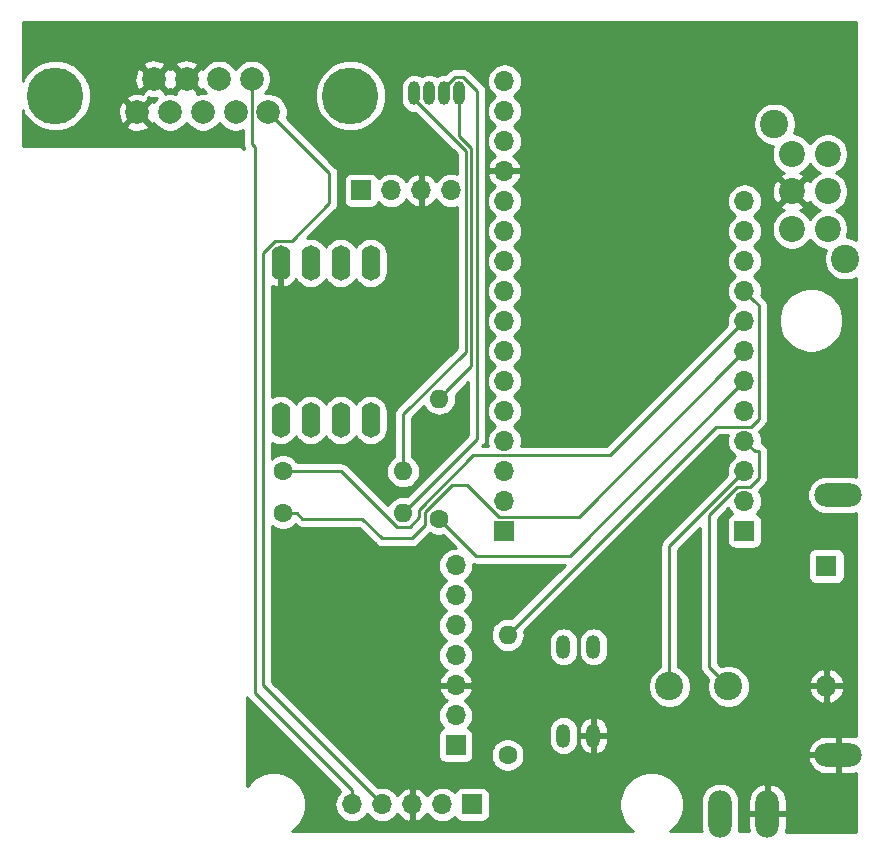
<source format=gbr>
G04 #@! TF.GenerationSoftware,KiCad,Pcbnew,5.1.4-e60b266~84~ubuntu18.04.1*
G04 #@! TF.CreationDate,2019-09-15T14:53:54+02:00*
G04 #@! TF.ProjectId,WaveGlideNG,57617665-476c-4696-9465-4e472e6b6963,rev?*
G04 #@! TF.SameCoordinates,Original*
G04 #@! TF.FileFunction,Copper,L2,Bot*
G04 #@! TF.FilePolarity,Positive*
%FSLAX46Y46*%
G04 Gerber Fmt 4.6, Leading zero omitted, Abs format (unit mm)*
G04 Created by KiCad (PCBNEW 5.1.4-e60b266~84~ubuntu18.04.1) date 2019-09-15 14:53:54*
%MOMM*%
%LPD*%
G04 APERTURE LIST*
%ADD10R,1.700000X1.700000*%
%ADD11O,1.700000X1.700000*%
%ADD12C,2.200000*%
%ADD13C,2.400000*%
%ADD14C,2.000000*%
%ADD15C,4.800000*%
%ADD16O,1.000000X2.000000*%
%ADD17O,1.800000X1.800000*%
%ADD18R,1.800000X1.800000*%
%ADD19O,1.600000X1.600000*%
%ADD20C,1.600000*%
%ADD21O,1.200000X2.000000*%
%ADD22O,4.000000X2.000000*%
%ADD23O,1.600000X3.000000*%
%ADD24O,2.000000X4.000000*%
%ADD25C,0.250000*%
%ADD26C,0.254000*%
G04 APERTURE END LIST*
D10*
X117735000Y-120043400D03*
D11*
X117735000Y-117503400D03*
X117735000Y-114963400D03*
X117735000Y-112423400D03*
X117735000Y-109883400D03*
X117735000Y-107343400D03*
X117735000Y-104803400D03*
X117735000Y-102263400D03*
X117735000Y-99723400D03*
X117735000Y-97183400D03*
X117735000Y-94643400D03*
X117735000Y-92103400D03*
X117735000Y-89563400D03*
X117735000Y-87023400D03*
X117735000Y-84483400D03*
X117735000Y-81943400D03*
D10*
X138055000Y-120043400D03*
D11*
X138055000Y-117503400D03*
X138055000Y-114963400D03*
X138055000Y-112423400D03*
X138055000Y-109883400D03*
X138055000Y-107343400D03*
X138055000Y-104803400D03*
X138055000Y-102263400D03*
X138055000Y-99723400D03*
X138055000Y-97183400D03*
X138055000Y-94643400D03*
X138055000Y-92103400D03*
D10*
X113600000Y-138200000D03*
D11*
X113600000Y-135660000D03*
X113600000Y-133120000D03*
X113600000Y-130580000D03*
X113600000Y-128040000D03*
X113600000Y-125500000D03*
X113600000Y-122960000D03*
X113220000Y-91200000D03*
X110680000Y-91200000D03*
X108140000Y-91200000D03*
D10*
X105600000Y-91200000D03*
D11*
X104840000Y-143200000D03*
X107380000Y-143200000D03*
X109920000Y-143200000D03*
X112460000Y-143200000D03*
D10*
X115000000Y-143200000D03*
D12*
X142100000Y-94500000D03*
X142100000Y-91300000D03*
X142100000Y-88110000D03*
X145100000Y-94500000D03*
X145100000Y-91300000D03*
X145100000Y-88100000D03*
D13*
X140600000Y-85600000D03*
X146600000Y-97000000D03*
X131700000Y-133200000D03*
X136700000Y-133200000D03*
D14*
X86660000Y-84600000D03*
X89430000Y-84600000D03*
X92200000Y-84600000D03*
X94970000Y-84600000D03*
X97740000Y-84600000D03*
X88050000Y-81760000D03*
X90820000Y-81760000D03*
X93580000Y-81760000D03*
X96350000Y-81760000D03*
D15*
X79700000Y-83180000D03*
X104700000Y-83180000D03*
D16*
X110095000Y-83000000D03*
X111375000Y-83000000D03*
X112635000Y-83000000D03*
X113905000Y-83000000D03*
D17*
X145000000Y-133160000D03*
D18*
X145000000Y-123000000D03*
D19*
X109160000Y-115000000D03*
D20*
X99000000Y-115000000D03*
X99000000Y-118500000D03*
D19*
X109160000Y-118500000D03*
X112200000Y-108840000D03*
D20*
X112200000Y-119000000D03*
D19*
X118000000Y-128840000D03*
D20*
X118000000Y-139000000D03*
D21*
X122730000Y-129840000D03*
X122730000Y-137360000D03*
X125270000Y-129840000D03*
X125270000Y-137360000D03*
D22*
X146000000Y-117000000D03*
X146000000Y-139000000D03*
D23*
X106410000Y-110650000D03*
X106410000Y-97350000D03*
X103870000Y-110650000D03*
X103870000Y-97350000D03*
X101330000Y-110650000D03*
X101330000Y-97350000D03*
X98790000Y-110650000D03*
X98790000Y-97350000D03*
D24*
X136000000Y-144000000D03*
X140000000Y-144000000D03*
D25*
X131700000Y-121318400D02*
X138055000Y-114963400D01*
X131700000Y-133200000D02*
X131700000Y-121318400D01*
X139280001Y-115551401D02*
X139280001Y-113280001D01*
X138553003Y-116278399D02*
X139280001Y-115551401D01*
X137466999Y-116278399D02*
X138553003Y-116278399D01*
X135059999Y-118685399D02*
X137466999Y-116278399D01*
X136700000Y-133200000D02*
X135059999Y-131559999D01*
X135059999Y-131559999D02*
X135059999Y-118685399D01*
X138911601Y-113280001D02*
X138055000Y-112423400D01*
X139280001Y-113280001D02*
X138911601Y-113280001D01*
X137205001Y-108193399D02*
X138055000Y-107343400D01*
X123270001Y-122128399D02*
X137205001Y-108193399D01*
X115328399Y-122128399D02*
X123270001Y-122128399D01*
X112200000Y-119000000D02*
X115328399Y-122128399D01*
X109913988Y-120675012D02*
X111024999Y-119564001D01*
X105713876Y-119000000D02*
X107388888Y-120675012D01*
X111024999Y-119564001D02*
X111024999Y-118435999D01*
X114606999Y-116188401D02*
X117236997Y-118818399D01*
X107388888Y-120675012D02*
X109913988Y-120675012D01*
X124040001Y-118818399D02*
X137205001Y-105653399D01*
X111024999Y-118435999D02*
X113272597Y-116188401D01*
X113272597Y-116188401D02*
X114606999Y-116188401D01*
X117236997Y-118818399D02*
X124040001Y-118818399D01*
X137205001Y-105653399D02*
X138055000Y-104803400D01*
X100631370Y-119000000D02*
X101600000Y-119000000D01*
X100131370Y-118500000D02*
X100631370Y-119000000D01*
X99000000Y-118500000D02*
X100131370Y-118500000D01*
X101600000Y-119000000D02*
X105713876Y-119000000D01*
X126669999Y-113648401D02*
X137205001Y-103113399D01*
X110524989Y-118228887D02*
X115105475Y-113648401D01*
X115105475Y-113648401D02*
X126669999Y-113648401D01*
X110524988Y-118874014D02*
X110524989Y-118228887D01*
X109699002Y-119700000D02*
X110524988Y-118874014D01*
X108620998Y-119700000D02*
X109699002Y-119700000D01*
X137205001Y-103113399D02*
X138055000Y-102263400D01*
X103920998Y-115000000D02*
X108620998Y-119700000D01*
X99000000Y-115000000D02*
X103920998Y-115000000D01*
X139280001Y-110561399D02*
X139280001Y-100948401D01*
X139280001Y-100948401D02*
X138904999Y-100573399D01*
X138643001Y-111198399D02*
X139280001Y-110561399D01*
X118000000Y-128840000D02*
X135641601Y-111198399D01*
X135641601Y-111198399D02*
X138643001Y-111198399D01*
X138904999Y-100573399D02*
X138055000Y-99723400D01*
X109160000Y-115000000D02*
X109160000Y-110140998D01*
X114445001Y-87850001D02*
X110095000Y-83500000D01*
X109160000Y-110140998D02*
X114445001Y-104855997D01*
X114445001Y-104855997D02*
X114445001Y-87850001D01*
X110095000Y-83500000D02*
X110095000Y-83000000D01*
X112635000Y-82500000D02*
X112635000Y-83000000D01*
X114267441Y-81624990D02*
X113510010Y-81624990D01*
X115445023Y-112214977D02*
X115445023Y-82802572D01*
X113510010Y-81624990D02*
X112635000Y-82500000D01*
X115445023Y-82802572D02*
X114267441Y-81624990D01*
X109160000Y-118500000D02*
X115445023Y-112214977D01*
X113905000Y-83000000D02*
X113905000Y-86602878D01*
X112999999Y-108040001D02*
X112200000Y-108840000D01*
X114945012Y-106094988D02*
X112999999Y-108040001D01*
X114945012Y-87642890D02*
X114945012Y-106094988D01*
X113905000Y-86602878D02*
X114945012Y-87642890D01*
X96350000Y-87250000D02*
X96350000Y-81760000D01*
X96600000Y-87500000D02*
X96350000Y-87250000D01*
X96600000Y-133757919D02*
X96600000Y-87500000D01*
X104840000Y-143200000D02*
X104840000Y-141997919D01*
X104840000Y-141997919D02*
X96600000Y-133757919D01*
X102900000Y-92300000D02*
X102900000Y-89760000D01*
X98303295Y-95474990D02*
X99725010Y-95474990D01*
X97300000Y-96478285D02*
X98303295Y-95474990D01*
X99725010Y-95474990D02*
X102900000Y-92300000D01*
X107380000Y-143200000D02*
X97300000Y-133120000D01*
X97300000Y-133120000D02*
X97300000Y-96478285D01*
X102900000Y-89760000D02*
X97740000Y-84600000D01*
D26*
G36*
X147465001Y-76935001D02*
G01*
X147465000Y-95372105D01*
X147135250Y-95235518D01*
X146780732Y-95165000D01*
X146702499Y-95165000D01*
X146768325Y-95006081D01*
X146835000Y-94670883D01*
X146835000Y-94329117D01*
X146768325Y-93993919D01*
X146637537Y-93678169D01*
X146447663Y-93394002D01*
X146205998Y-93152337D01*
X145921831Y-92962463D01*
X145771032Y-92900000D01*
X145921831Y-92837537D01*
X146205998Y-92647663D01*
X146447663Y-92405998D01*
X146637537Y-92121831D01*
X146768325Y-91806081D01*
X146835000Y-91470883D01*
X146835000Y-91129117D01*
X146768325Y-90793919D01*
X146637537Y-90478169D01*
X146447663Y-90194002D01*
X146205998Y-89952337D01*
X145921831Y-89762463D01*
X145771032Y-89700000D01*
X145921831Y-89637537D01*
X146205998Y-89447663D01*
X146447663Y-89205998D01*
X146637537Y-88921831D01*
X146768325Y-88606081D01*
X146835000Y-88270883D01*
X146835000Y-87929117D01*
X146768325Y-87593919D01*
X146637537Y-87278169D01*
X146447663Y-86994002D01*
X146205998Y-86752337D01*
X145921831Y-86562463D01*
X145606081Y-86431675D01*
X145270883Y-86365000D01*
X144929117Y-86365000D01*
X144593919Y-86431675D01*
X144278169Y-86562463D01*
X143994002Y-86752337D01*
X143752337Y-86994002D01*
X143596659Y-87226991D01*
X143447663Y-87004002D01*
X143205998Y-86762337D01*
X142921831Y-86572463D01*
X142606081Y-86441675D01*
X142270883Y-86375000D01*
X142265174Y-86375000D01*
X142364482Y-86135250D01*
X142435000Y-85780732D01*
X142435000Y-85419268D01*
X142364482Y-85064750D01*
X142226156Y-84730801D01*
X142025338Y-84430256D01*
X141769744Y-84174662D01*
X141469199Y-83973844D01*
X141135250Y-83835518D01*
X140780732Y-83765000D01*
X140419268Y-83765000D01*
X140064750Y-83835518D01*
X139730801Y-83973844D01*
X139430256Y-84174662D01*
X139174662Y-84430256D01*
X138973844Y-84730801D01*
X138835518Y-85064750D01*
X138765000Y-85419268D01*
X138765000Y-85780732D01*
X138835518Y-86135250D01*
X138973844Y-86469199D01*
X139174662Y-86769744D01*
X139430256Y-87025338D01*
X139730801Y-87226156D01*
X140064750Y-87364482D01*
X140419268Y-87435000D01*
X140501644Y-87435000D01*
X140431675Y-87603919D01*
X140365000Y-87939117D01*
X140365000Y-88280883D01*
X140431675Y-88616081D01*
X140562463Y-88931831D01*
X140752337Y-89215998D01*
X140994002Y-89457663D01*
X141278169Y-89647537D01*
X141409970Y-89702131D01*
X141379034Y-89712664D01*
X141180726Y-89818662D01*
X141072893Y-90093288D01*
X142100000Y-91120395D01*
X143127107Y-90093288D01*
X143019274Y-89818662D01*
X142785901Y-89703841D01*
X142921831Y-89647537D01*
X143205998Y-89457663D01*
X143447663Y-89215998D01*
X143603341Y-88983009D01*
X143752337Y-89205998D01*
X143994002Y-89447663D01*
X144278169Y-89637537D01*
X144428968Y-89700000D01*
X144278169Y-89762463D01*
X143994002Y-89952337D01*
X143752337Y-90194002D01*
X143601886Y-90419168D01*
X143581338Y-90380726D01*
X143306712Y-90272893D01*
X142279605Y-91300000D01*
X143306712Y-92327107D01*
X143581338Y-92219274D01*
X143600945Y-92179423D01*
X143752337Y-92405998D01*
X143994002Y-92647663D01*
X144278169Y-92837537D01*
X144428968Y-92900000D01*
X144278169Y-92962463D01*
X143994002Y-93152337D01*
X143752337Y-93394002D01*
X143600000Y-93621991D01*
X143447663Y-93394002D01*
X143205998Y-93152337D01*
X142921831Y-92962463D01*
X142776779Y-92902381D01*
X142820966Y-92887336D01*
X143019274Y-92781338D01*
X143127107Y-92506712D01*
X142100000Y-91479605D01*
X141072893Y-92506712D01*
X141180726Y-92781338D01*
X141425133Y-92901588D01*
X141278169Y-92962463D01*
X140994002Y-93152337D01*
X140752337Y-93394002D01*
X140562463Y-93678169D01*
X140431675Y-93993919D01*
X140365000Y-94329117D01*
X140365000Y-94670883D01*
X140431675Y-95006081D01*
X140562463Y-95321831D01*
X140752337Y-95605998D01*
X140994002Y-95847663D01*
X141278169Y-96037537D01*
X141593919Y-96168325D01*
X141929117Y-96235000D01*
X142270883Y-96235000D01*
X142606081Y-96168325D01*
X142921831Y-96037537D01*
X143205998Y-95847663D01*
X143447663Y-95605998D01*
X143600000Y-95378009D01*
X143752337Y-95605998D01*
X143994002Y-95847663D01*
X144278169Y-96037537D01*
X144593919Y-96168325D01*
X144929117Y-96235000D01*
X144930683Y-96235000D01*
X144835518Y-96464750D01*
X144765000Y-96819268D01*
X144765000Y-97180732D01*
X144835518Y-97535250D01*
X144973844Y-97869199D01*
X145174662Y-98169744D01*
X145430256Y-98425338D01*
X145730801Y-98626156D01*
X146064750Y-98764482D01*
X146419268Y-98835000D01*
X146780732Y-98835000D01*
X147135250Y-98764482D01*
X147465000Y-98627895D01*
X147465000Y-104236104D01*
X147475635Y-104344084D01*
X147490000Y-104391439D01*
X147490000Y-115440069D01*
X147320516Y-115388657D01*
X147080322Y-115365000D01*
X144919678Y-115365000D01*
X144679484Y-115388657D01*
X144371285Y-115482148D01*
X144087248Y-115633969D01*
X143838286Y-115838286D01*
X143633969Y-116087248D01*
X143482148Y-116371285D01*
X143388657Y-116679484D01*
X143357089Y-117000000D01*
X143388657Y-117320516D01*
X143482148Y-117628715D01*
X143633969Y-117912752D01*
X143838286Y-118161714D01*
X144087248Y-118366031D01*
X144371285Y-118517852D01*
X144679484Y-118611343D01*
X144919678Y-118635000D01*
X147080322Y-118635000D01*
X147320516Y-118611343D01*
X147490000Y-118559931D01*
X147490001Y-137439326D01*
X147443532Y-137421193D01*
X147127000Y-137365000D01*
X146127000Y-137365000D01*
X146127000Y-138873000D01*
X146147000Y-138873000D01*
X146147000Y-139127000D01*
X146127000Y-139127000D01*
X146127000Y-140635000D01*
X147127000Y-140635000D01*
X147443532Y-140578807D01*
X147490001Y-140560674D01*
X147490001Y-145490000D01*
X141560674Y-145490000D01*
X141578807Y-145443532D01*
X141635000Y-145127000D01*
X141635000Y-144127000D01*
X140127000Y-144127000D01*
X140127000Y-144147000D01*
X139873000Y-144147000D01*
X139873000Y-144127000D01*
X138365000Y-144127000D01*
X138365000Y-145127000D01*
X138421193Y-145443532D01*
X138429570Y-145465000D01*
X137567514Y-145465000D01*
X137611343Y-145320516D01*
X137635000Y-145080322D01*
X137635000Y-142919678D01*
X137630403Y-142873000D01*
X138365000Y-142873000D01*
X138365000Y-143873000D01*
X139873000Y-143873000D01*
X139873000Y-141529223D01*
X140127000Y-141529223D01*
X140127000Y-143873000D01*
X141635000Y-143873000D01*
X141635000Y-142873000D01*
X141578807Y-142556468D01*
X141461942Y-142256980D01*
X141288895Y-141986046D01*
X141066317Y-141754078D01*
X140802761Y-141569990D01*
X140508355Y-141440856D01*
X140380434Y-141409876D01*
X140127000Y-141529223D01*
X139873000Y-141529223D01*
X139619566Y-141409876D01*
X139491645Y-141440856D01*
X139197239Y-141569990D01*
X138933683Y-141754078D01*
X138711105Y-141986046D01*
X138538058Y-142256980D01*
X138421193Y-142556468D01*
X138365000Y-142873000D01*
X137630403Y-142873000D01*
X137611343Y-142679484D01*
X137517852Y-142371285D01*
X137366031Y-142087248D01*
X137161714Y-141838286D01*
X136912751Y-141633969D01*
X136628714Y-141482148D01*
X136320515Y-141388657D01*
X136000000Y-141357089D01*
X135679484Y-141388657D01*
X135371285Y-141482148D01*
X135087248Y-141633969D01*
X134838286Y-141838286D01*
X134633969Y-142087249D01*
X134482148Y-142371286D01*
X134388657Y-142679485D01*
X134365000Y-142919679D01*
X134365001Y-145080322D01*
X134388658Y-145320516D01*
X134432487Y-145465000D01*
X131745179Y-145465000D01*
X131947754Y-145329644D01*
X132329645Y-144947753D01*
X132629694Y-144498698D01*
X132836372Y-143999734D01*
X132941735Y-143470037D01*
X132941735Y-142929963D01*
X132836372Y-142400266D01*
X132629694Y-141901302D01*
X132329645Y-141452247D01*
X131947754Y-141070356D01*
X131498699Y-140770307D01*
X130999735Y-140563629D01*
X130470038Y-140458266D01*
X129929964Y-140458266D01*
X129400267Y-140563629D01*
X128901303Y-140770307D01*
X128452248Y-141070356D01*
X128070357Y-141452247D01*
X127770308Y-141901302D01*
X127563630Y-142400266D01*
X127458267Y-142929963D01*
X127458267Y-143470037D01*
X127563630Y-143999734D01*
X127770308Y-144498698D01*
X128070357Y-144947753D01*
X128452248Y-145329644D01*
X128654823Y-145465000D01*
X99745178Y-145465000D01*
X99947753Y-145329644D01*
X100329644Y-144947753D01*
X100629693Y-144498698D01*
X100836371Y-143999734D01*
X100941734Y-143470037D01*
X100941734Y-142929963D01*
X100836371Y-142400266D01*
X100629693Y-141901302D01*
X100329644Y-141452247D01*
X99947753Y-141070356D01*
X99498698Y-140770307D01*
X98999734Y-140563629D01*
X98470037Y-140458266D01*
X97929963Y-140458266D01*
X97400266Y-140563629D01*
X96901302Y-140770307D01*
X96452247Y-141070356D01*
X96070356Y-141452247D01*
X95935000Y-141654822D01*
X95935000Y-134126021D01*
X95965026Y-134182195D01*
X96004871Y-134230745D01*
X96059999Y-134297920D01*
X96089003Y-134321723D01*
X103854773Y-142087494D01*
X103784866Y-142144866D01*
X103599294Y-142370986D01*
X103461401Y-142628966D01*
X103376487Y-142908889D01*
X103347815Y-143200000D01*
X103376487Y-143491111D01*
X103461401Y-143771034D01*
X103599294Y-144029014D01*
X103784866Y-144255134D01*
X104010986Y-144440706D01*
X104268966Y-144578599D01*
X104548889Y-144663513D01*
X104767050Y-144685000D01*
X104912950Y-144685000D01*
X105131111Y-144663513D01*
X105411034Y-144578599D01*
X105669014Y-144440706D01*
X105895134Y-144255134D01*
X106080706Y-144029014D01*
X106110000Y-143974209D01*
X106139294Y-144029014D01*
X106324866Y-144255134D01*
X106550986Y-144440706D01*
X106808966Y-144578599D01*
X107088889Y-144663513D01*
X107307050Y-144685000D01*
X107452950Y-144685000D01*
X107671111Y-144663513D01*
X107951034Y-144578599D01*
X108209014Y-144440706D01*
X108435134Y-144255134D01*
X108620706Y-144029014D01*
X108655201Y-143964477D01*
X108724822Y-144081355D01*
X108919731Y-144297588D01*
X109153080Y-144471641D01*
X109415901Y-144596825D01*
X109563110Y-144641476D01*
X109793000Y-144520155D01*
X109793000Y-143327000D01*
X109773000Y-143327000D01*
X109773000Y-143073000D01*
X109793000Y-143073000D01*
X109793000Y-141879845D01*
X110047000Y-141879845D01*
X110047000Y-143073000D01*
X110067000Y-143073000D01*
X110067000Y-143327000D01*
X110047000Y-143327000D01*
X110047000Y-144520155D01*
X110276890Y-144641476D01*
X110424099Y-144596825D01*
X110686920Y-144471641D01*
X110920269Y-144297588D01*
X111115178Y-144081355D01*
X111184799Y-143964477D01*
X111219294Y-144029014D01*
X111404866Y-144255134D01*
X111630986Y-144440706D01*
X111888966Y-144578599D01*
X112168889Y-144663513D01*
X112387050Y-144685000D01*
X112532950Y-144685000D01*
X112751111Y-144663513D01*
X113031034Y-144578599D01*
X113289014Y-144440706D01*
X113515134Y-144255134D01*
X113539607Y-144225313D01*
X113560498Y-144294180D01*
X113619463Y-144404494D01*
X113698815Y-144501185D01*
X113795506Y-144580537D01*
X113905820Y-144639502D01*
X114025518Y-144675812D01*
X114150000Y-144688072D01*
X115850000Y-144688072D01*
X115974482Y-144675812D01*
X116094180Y-144639502D01*
X116204494Y-144580537D01*
X116301185Y-144501185D01*
X116380537Y-144404494D01*
X116439502Y-144294180D01*
X116475812Y-144174482D01*
X116488072Y-144050000D01*
X116488072Y-142350000D01*
X116475812Y-142225518D01*
X116439502Y-142105820D01*
X116380537Y-141995506D01*
X116301185Y-141898815D01*
X116204494Y-141819463D01*
X116094180Y-141760498D01*
X115974482Y-141724188D01*
X115850000Y-141711928D01*
X114150000Y-141711928D01*
X114025518Y-141724188D01*
X113905820Y-141760498D01*
X113795506Y-141819463D01*
X113698815Y-141898815D01*
X113619463Y-141995506D01*
X113560498Y-142105820D01*
X113539607Y-142174687D01*
X113515134Y-142144866D01*
X113289014Y-141959294D01*
X113031034Y-141821401D01*
X112751111Y-141736487D01*
X112532950Y-141715000D01*
X112387050Y-141715000D01*
X112168889Y-141736487D01*
X111888966Y-141821401D01*
X111630986Y-141959294D01*
X111404866Y-142144866D01*
X111219294Y-142370986D01*
X111184799Y-142435523D01*
X111115178Y-142318645D01*
X110920269Y-142102412D01*
X110686920Y-141928359D01*
X110424099Y-141803175D01*
X110276890Y-141758524D01*
X110047000Y-141879845D01*
X109793000Y-141879845D01*
X109563110Y-141758524D01*
X109415901Y-141803175D01*
X109153080Y-141928359D01*
X108919731Y-142102412D01*
X108724822Y-142318645D01*
X108655201Y-142435523D01*
X108620706Y-142370986D01*
X108435134Y-142144866D01*
X108209014Y-141959294D01*
X107951034Y-141821401D01*
X107671111Y-141736487D01*
X107452950Y-141715000D01*
X107307050Y-141715000D01*
X107088889Y-141736487D01*
X107014005Y-141759203D01*
X100914802Y-135660000D01*
X112107815Y-135660000D01*
X112136487Y-135951111D01*
X112221401Y-136231034D01*
X112359294Y-136489014D01*
X112544866Y-136715134D01*
X112574687Y-136739607D01*
X112505820Y-136760498D01*
X112395506Y-136819463D01*
X112298815Y-136898815D01*
X112219463Y-136995506D01*
X112160498Y-137105820D01*
X112124188Y-137225518D01*
X112111928Y-137350000D01*
X112111928Y-139050000D01*
X112124188Y-139174482D01*
X112160498Y-139294180D01*
X112219463Y-139404494D01*
X112298815Y-139501185D01*
X112395506Y-139580537D01*
X112505820Y-139639502D01*
X112625518Y-139675812D01*
X112750000Y-139688072D01*
X114450000Y-139688072D01*
X114574482Y-139675812D01*
X114694180Y-139639502D01*
X114804494Y-139580537D01*
X114901185Y-139501185D01*
X114980537Y-139404494D01*
X115039502Y-139294180D01*
X115075812Y-139174482D01*
X115088072Y-139050000D01*
X115088072Y-138858665D01*
X116565000Y-138858665D01*
X116565000Y-139141335D01*
X116620147Y-139418574D01*
X116728320Y-139679727D01*
X116885363Y-139914759D01*
X117085241Y-140114637D01*
X117320273Y-140271680D01*
X117581426Y-140379853D01*
X117858665Y-140435000D01*
X118141335Y-140435000D01*
X118418574Y-140379853D01*
X118679727Y-140271680D01*
X118914759Y-140114637D01*
X119114637Y-139914759D01*
X119271680Y-139679727D01*
X119379853Y-139418574D01*
X119387439Y-139380434D01*
X143409876Y-139380434D01*
X143440856Y-139508355D01*
X143569990Y-139802761D01*
X143754078Y-140066317D01*
X143986046Y-140288895D01*
X144256980Y-140461942D01*
X144556468Y-140578807D01*
X144873000Y-140635000D01*
X145873000Y-140635000D01*
X145873000Y-139127000D01*
X143529223Y-139127000D01*
X143409876Y-139380434D01*
X119387439Y-139380434D01*
X119435000Y-139141335D01*
X119435000Y-138858665D01*
X119379853Y-138581426D01*
X119271680Y-138320273D01*
X119114637Y-138085241D01*
X118914759Y-137885363D01*
X118679727Y-137728320D01*
X118418574Y-137620147D01*
X118141335Y-137565000D01*
X117858665Y-137565000D01*
X117581426Y-137620147D01*
X117320273Y-137728320D01*
X117085241Y-137885363D01*
X116885363Y-138085241D01*
X116728320Y-138320273D01*
X116620147Y-138581426D01*
X116565000Y-138858665D01*
X115088072Y-138858665D01*
X115088072Y-137350000D01*
X115075812Y-137225518D01*
X115039502Y-137105820D01*
X114980537Y-136995506D01*
X114901613Y-136899336D01*
X121495000Y-136899336D01*
X121495000Y-137820665D01*
X121512870Y-138002102D01*
X121583489Y-138234901D01*
X121698168Y-138449449D01*
X121852499Y-138637502D01*
X122040552Y-138791833D01*
X122255100Y-138906511D01*
X122487899Y-138977130D01*
X122730000Y-139000975D01*
X122972102Y-138977130D01*
X123204901Y-138906511D01*
X123419449Y-138791833D01*
X123607502Y-138637502D01*
X123761833Y-138449449D01*
X123876511Y-138234901D01*
X123947130Y-138002101D01*
X123965000Y-137820664D01*
X123965000Y-137487000D01*
X124035000Y-137487000D01*
X124035000Y-137887000D01*
X124083507Y-138125496D01*
X124177610Y-138349946D01*
X124313693Y-138551725D01*
X124486526Y-138723078D01*
X124689467Y-138857421D01*
X124914718Y-138949591D01*
X124952391Y-138953462D01*
X125143000Y-138828731D01*
X125143000Y-137487000D01*
X125397000Y-137487000D01*
X125397000Y-138828731D01*
X125587609Y-138953462D01*
X125625282Y-138949591D01*
X125850533Y-138857421D01*
X126053474Y-138723078D01*
X126157880Y-138619566D01*
X143409876Y-138619566D01*
X143529223Y-138873000D01*
X145873000Y-138873000D01*
X145873000Y-137365000D01*
X144873000Y-137365000D01*
X144556468Y-137421193D01*
X144256980Y-137538058D01*
X143986046Y-137711105D01*
X143754078Y-137933683D01*
X143569990Y-138197239D01*
X143440856Y-138491645D01*
X143409876Y-138619566D01*
X126157880Y-138619566D01*
X126226307Y-138551725D01*
X126362390Y-138349946D01*
X126456493Y-138125496D01*
X126505000Y-137887000D01*
X126505000Y-137487000D01*
X125397000Y-137487000D01*
X125143000Y-137487000D01*
X124035000Y-137487000D01*
X123965000Y-137487000D01*
X123965000Y-136899335D01*
X123958467Y-136833000D01*
X124035000Y-136833000D01*
X124035000Y-137233000D01*
X125143000Y-137233000D01*
X125143000Y-135891269D01*
X125397000Y-135891269D01*
X125397000Y-137233000D01*
X126505000Y-137233000D01*
X126505000Y-136833000D01*
X126456493Y-136594504D01*
X126362390Y-136370054D01*
X126226307Y-136168275D01*
X126053474Y-135996922D01*
X125850533Y-135862579D01*
X125625282Y-135770409D01*
X125587609Y-135766538D01*
X125397000Y-135891269D01*
X125143000Y-135891269D01*
X124952391Y-135766538D01*
X124914718Y-135770409D01*
X124689467Y-135862579D01*
X124486526Y-135996922D01*
X124313693Y-136168275D01*
X124177610Y-136370054D01*
X124083507Y-136594504D01*
X124035000Y-136833000D01*
X123958467Y-136833000D01*
X123947130Y-136717898D01*
X123876511Y-136485099D01*
X123761833Y-136270551D01*
X123607502Y-136082498D01*
X123419448Y-135928167D01*
X123204900Y-135813489D01*
X122972101Y-135742870D01*
X122730000Y-135719025D01*
X122487898Y-135742870D01*
X122255099Y-135813489D01*
X122040551Y-135928167D01*
X121852498Y-136082498D01*
X121698167Y-136270552D01*
X121583489Y-136485100D01*
X121512870Y-136717899D01*
X121495000Y-136899336D01*
X114901613Y-136899336D01*
X114901185Y-136898815D01*
X114804494Y-136819463D01*
X114694180Y-136760498D01*
X114625313Y-136739607D01*
X114655134Y-136715134D01*
X114840706Y-136489014D01*
X114978599Y-136231034D01*
X115063513Y-135951111D01*
X115092185Y-135660000D01*
X115063513Y-135368889D01*
X114978599Y-135088966D01*
X114840706Y-134830986D01*
X114655134Y-134604866D01*
X114429014Y-134419294D01*
X114364477Y-134384799D01*
X114481355Y-134315178D01*
X114697588Y-134120269D01*
X114871641Y-133886920D01*
X114996825Y-133624099D01*
X115041476Y-133476890D01*
X114920155Y-133247000D01*
X113727000Y-133247000D01*
X113727000Y-133267000D01*
X113473000Y-133267000D01*
X113473000Y-133247000D01*
X112279845Y-133247000D01*
X112158524Y-133476890D01*
X112203175Y-133624099D01*
X112328359Y-133886920D01*
X112502412Y-134120269D01*
X112718645Y-134315178D01*
X112835523Y-134384799D01*
X112770986Y-134419294D01*
X112544866Y-134604866D01*
X112359294Y-134830986D01*
X112221401Y-135088966D01*
X112136487Y-135368889D01*
X112107815Y-135660000D01*
X100914802Y-135660000D01*
X98060000Y-132805199D01*
X98060000Y-119589396D01*
X98085241Y-119614637D01*
X98320273Y-119771680D01*
X98581426Y-119879853D01*
X98858665Y-119935000D01*
X99141335Y-119935000D01*
X99418574Y-119879853D01*
X99679727Y-119771680D01*
X99914759Y-119614637D01*
X100042983Y-119486414D01*
X100067566Y-119510997D01*
X100091369Y-119540001D01*
X100207094Y-119634974D01*
X100339123Y-119705546D01*
X100482384Y-119749003D01*
X100594037Y-119760000D01*
X100594045Y-119760000D01*
X100631370Y-119763676D01*
X100668695Y-119760000D01*
X105399075Y-119760000D01*
X106825089Y-121186015D01*
X106848887Y-121215013D01*
X106964612Y-121309986D01*
X107096641Y-121380558D01*
X107239902Y-121424015D01*
X107351555Y-121435012D01*
X107351563Y-121435012D01*
X107388888Y-121438688D01*
X107426213Y-121435012D01*
X109876666Y-121435012D01*
X109913988Y-121438688D01*
X109951310Y-121435012D01*
X109951321Y-121435012D01*
X110062974Y-121424015D01*
X110206235Y-121380558D01*
X110338264Y-121309986D01*
X110453989Y-121215013D01*
X110477792Y-121186010D01*
X111443452Y-120220350D01*
X111520273Y-120271680D01*
X111781426Y-120379853D01*
X112058665Y-120435000D01*
X112341335Y-120435000D01*
X112523886Y-120398688D01*
X113600198Y-121475000D01*
X113527050Y-121475000D01*
X113308889Y-121496487D01*
X113028966Y-121581401D01*
X112770986Y-121719294D01*
X112544866Y-121904866D01*
X112359294Y-122130986D01*
X112221401Y-122388966D01*
X112136487Y-122668889D01*
X112107815Y-122960000D01*
X112136487Y-123251111D01*
X112221401Y-123531034D01*
X112359294Y-123789014D01*
X112544866Y-124015134D01*
X112770986Y-124200706D01*
X112825791Y-124230000D01*
X112770986Y-124259294D01*
X112544866Y-124444866D01*
X112359294Y-124670986D01*
X112221401Y-124928966D01*
X112136487Y-125208889D01*
X112107815Y-125500000D01*
X112136487Y-125791111D01*
X112221401Y-126071034D01*
X112359294Y-126329014D01*
X112544866Y-126555134D01*
X112770986Y-126740706D01*
X112825791Y-126770000D01*
X112770986Y-126799294D01*
X112544866Y-126984866D01*
X112359294Y-127210986D01*
X112221401Y-127468966D01*
X112136487Y-127748889D01*
X112107815Y-128040000D01*
X112136487Y-128331111D01*
X112221401Y-128611034D01*
X112359294Y-128869014D01*
X112544866Y-129095134D01*
X112770986Y-129280706D01*
X112825791Y-129310000D01*
X112770986Y-129339294D01*
X112544866Y-129524866D01*
X112359294Y-129750986D01*
X112221401Y-130008966D01*
X112136487Y-130288889D01*
X112107815Y-130580000D01*
X112136487Y-130871111D01*
X112221401Y-131151034D01*
X112359294Y-131409014D01*
X112544866Y-131635134D01*
X112770986Y-131820706D01*
X112835523Y-131855201D01*
X112718645Y-131924822D01*
X112502412Y-132119731D01*
X112328359Y-132353080D01*
X112203175Y-132615901D01*
X112158524Y-132763110D01*
X112279845Y-132993000D01*
X113473000Y-132993000D01*
X113473000Y-132973000D01*
X113727000Y-132973000D01*
X113727000Y-132993000D01*
X114920155Y-132993000D01*
X115041476Y-132763110D01*
X114996825Y-132615901D01*
X114871641Y-132353080D01*
X114697588Y-132119731D01*
X114481355Y-131924822D01*
X114364477Y-131855201D01*
X114429014Y-131820706D01*
X114655134Y-131635134D01*
X114840706Y-131409014D01*
X114978599Y-131151034D01*
X115063513Y-130871111D01*
X115092185Y-130580000D01*
X115063513Y-130288889D01*
X114978599Y-130008966D01*
X114840706Y-129750986D01*
X114655134Y-129524866D01*
X114429014Y-129339294D01*
X114374209Y-129310000D01*
X114429014Y-129280706D01*
X114655134Y-129095134D01*
X114840706Y-128869014D01*
X114978599Y-128611034D01*
X115063513Y-128331111D01*
X115092185Y-128040000D01*
X115063513Y-127748889D01*
X114978599Y-127468966D01*
X114840706Y-127210986D01*
X114655134Y-126984866D01*
X114429014Y-126799294D01*
X114374209Y-126770000D01*
X114429014Y-126740706D01*
X114655134Y-126555134D01*
X114840706Y-126329014D01*
X114978599Y-126071034D01*
X115063513Y-125791111D01*
X115092185Y-125500000D01*
X115063513Y-125208889D01*
X114978599Y-124928966D01*
X114840706Y-124670986D01*
X114655134Y-124444866D01*
X114429014Y-124259294D01*
X114374209Y-124230000D01*
X114429014Y-124200706D01*
X114655134Y-124015134D01*
X114840706Y-123789014D01*
X114978599Y-123531034D01*
X115063513Y-123251111D01*
X115092185Y-122960000D01*
X115081113Y-122847584D01*
X115179413Y-122877402D01*
X115291066Y-122888399D01*
X115291075Y-122888399D01*
X115328398Y-122892075D01*
X115365721Y-122888399D01*
X122876799Y-122888399D01*
X118325907Y-127439292D01*
X118281309Y-127425764D01*
X118070492Y-127405000D01*
X117929508Y-127405000D01*
X117718691Y-127425764D01*
X117448192Y-127507818D01*
X117198899Y-127641068D01*
X116980392Y-127820392D01*
X116801068Y-128038899D01*
X116667818Y-128288192D01*
X116585764Y-128558691D01*
X116558057Y-128840000D01*
X116585764Y-129121309D01*
X116667818Y-129391808D01*
X116801068Y-129641101D01*
X116980392Y-129859608D01*
X117198899Y-130038932D01*
X117448192Y-130172182D01*
X117718691Y-130254236D01*
X117929508Y-130275000D01*
X118070492Y-130275000D01*
X118281309Y-130254236D01*
X118551808Y-130172182D01*
X118801101Y-130038932D01*
X119019608Y-129859608D01*
X119198932Y-129641101D01*
X119332182Y-129391808D01*
X119335965Y-129379336D01*
X121495000Y-129379336D01*
X121495000Y-130300665D01*
X121512870Y-130482102D01*
X121583489Y-130714901D01*
X121698168Y-130929449D01*
X121852499Y-131117502D01*
X122040552Y-131271833D01*
X122255100Y-131386511D01*
X122487899Y-131457130D01*
X122730000Y-131480975D01*
X122972102Y-131457130D01*
X123204901Y-131386511D01*
X123419449Y-131271833D01*
X123607502Y-131117502D01*
X123761833Y-130929449D01*
X123876511Y-130714901D01*
X123947130Y-130482101D01*
X123965000Y-130300664D01*
X123965000Y-129379336D01*
X124035000Y-129379336D01*
X124035000Y-130300665D01*
X124052870Y-130482102D01*
X124123489Y-130714901D01*
X124238168Y-130929449D01*
X124392499Y-131117502D01*
X124580552Y-131271833D01*
X124795100Y-131386511D01*
X125027899Y-131457130D01*
X125270000Y-131480975D01*
X125512102Y-131457130D01*
X125744901Y-131386511D01*
X125959449Y-131271833D01*
X126147502Y-131117502D01*
X126301833Y-130929449D01*
X126416511Y-130714901D01*
X126487130Y-130482101D01*
X126505000Y-130300664D01*
X126505000Y-129379335D01*
X126487130Y-129197898D01*
X126416511Y-128965099D01*
X126301833Y-128750551D01*
X126147502Y-128562498D01*
X125959448Y-128408167D01*
X125744900Y-128293489D01*
X125512101Y-128222870D01*
X125270000Y-128199025D01*
X125027898Y-128222870D01*
X124795099Y-128293489D01*
X124580551Y-128408167D01*
X124392498Y-128562498D01*
X124238167Y-128750552D01*
X124123489Y-128965100D01*
X124052870Y-129197899D01*
X124035000Y-129379336D01*
X123965000Y-129379336D01*
X123965000Y-129379335D01*
X123947130Y-129197898D01*
X123876511Y-128965099D01*
X123761833Y-128750551D01*
X123607502Y-128562498D01*
X123419448Y-128408167D01*
X123204900Y-128293489D01*
X122972101Y-128222870D01*
X122730000Y-128199025D01*
X122487898Y-128222870D01*
X122255099Y-128293489D01*
X122040551Y-128408167D01*
X121852498Y-128562498D01*
X121698167Y-128750552D01*
X121583489Y-128965100D01*
X121512870Y-129197899D01*
X121495000Y-129379336D01*
X119335965Y-129379336D01*
X119414236Y-129121309D01*
X119441943Y-128840000D01*
X119414236Y-128558691D01*
X119400708Y-128514093D01*
X135956404Y-111958399D01*
X136644236Y-111958399D01*
X136591487Y-112132289D01*
X136562815Y-112423400D01*
X136591487Y-112714511D01*
X136676401Y-112994434D01*
X136814294Y-113252414D01*
X136999866Y-113478534D01*
X137225986Y-113664106D01*
X137280791Y-113693400D01*
X137225986Y-113722694D01*
X136999866Y-113908266D01*
X136814294Y-114134386D01*
X136676401Y-114392366D01*
X136591487Y-114672289D01*
X136562815Y-114963400D01*
X136591487Y-115254511D01*
X136614203Y-115329395D01*
X131188998Y-120754601D01*
X131160000Y-120778399D01*
X131136202Y-120807397D01*
X131136201Y-120807398D01*
X131065026Y-120894124D01*
X130994454Y-121026154D01*
X130950998Y-121169415D01*
X130936324Y-121318400D01*
X130940001Y-121355732D01*
X130940000Y-131528612D01*
X130830801Y-131573844D01*
X130530256Y-131774662D01*
X130274662Y-132030256D01*
X130073844Y-132330801D01*
X129935518Y-132664750D01*
X129865000Y-133019268D01*
X129865000Y-133380732D01*
X129935518Y-133735250D01*
X130073844Y-134069199D01*
X130274662Y-134369744D01*
X130530256Y-134625338D01*
X130830801Y-134826156D01*
X131164750Y-134964482D01*
X131519268Y-135035000D01*
X131880732Y-135035000D01*
X132235250Y-134964482D01*
X132569199Y-134826156D01*
X132869744Y-134625338D01*
X133125338Y-134369744D01*
X133326156Y-134069199D01*
X133464482Y-133735250D01*
X133535000Y-133380732D01*
X133535000Y-133019268D01*
X133464482Y-132664750D01*
X133326156Y-132330801D01*
X133125338Y-132030256D01*
X132869744Y-131774662D01*
X132569199Y-131573844D01*
X132460000Y-131528612D01*
X132460000Y-121633201D01*
X134300000Y-119793201D01*
X134299999Y-131522677D01*
X134296323Y-131559999D01*
X134299999Y-131597321D01*
X134299999Y-131597331D01*
X134310996Y-131708984D01*
X134335457Y-131789622D01*
X134354453Y-131852245D01*
X134425025Y-131984275D01*
X134461198Y-132028351D01*
X134519998Y-132100000D01*
X134549002Y-132123803D01*
X134980750Y-132555551D01*
X134935518Y-132664750D01*
X134865000Y-133019268D01*
X134865000Y-133380732D01*
X134935518Y-133735250D01*
X135073844Y-134069199D01*
X135274662Y-134369744D01*
X135530256Y-134625338D01*
X135830801Y-134826156D01*
X136164750Y-134964482D01*
X136519268Y-135035000D01*
X136880732Y-135035000D01*
X137235250Y-134964482D01*
X137569199Y-134826156D01*
X137869744Y-134625338D01*
X138125338Y-134369744D01*
X138326156Y-134069199D01*
X138464482Y-133735250D01*
X138506354Y-133524741D01*
X143508959Y-133524741D01*
X143608766Y-133808620D01*
X143762038Y-134067573D01*
X143962884Y-134291649D01*
X144203586Y-134472236D01*
X144474893Y-134602394D01*
X144635260Y-134651036D01*
X144873000Y-134530378D01*
X144873000Y-133287000D01*
X145127000Y-133287000D01*
X145127000Y-134530378D01*
X145364740Y-134651036D01*
X145525107Y-134602394D01*
X145796414Y-134472236D01*
X146037116Y-134291649D01*
X146237962Y-134067573D01*
X146391234Y-133808620D01*
X146491041Y-133524741D01*
X146370992Y-133287000D01*
X145127000Y-133287000D01*
X144873000Y-133287000D01*
X143629008Y-133287000D01*
X143508959Y-133524741D01*
X138506354Y-133524741D01*
X138535000Y-133380732D01*
X138535000Y-133019268D01*
X138490442Y-132795259D01*
X143508959Y-132795259D01*
X143629008Y-133033000D01*
X144873000Y-133033000D01*
X144873000Y-131789622D01*
X145127000Y-131789622D01*
X145127000Y-133033000D01*
X146370992Y-133033000D01*
X146491041Y-132795259D01*
X146391234Y-132511380D01*
X146237962Y-132252427D01*
X146037116Y-132028351D01*
X145796414Y-131847764D01*
X145525107Y-131717606D01*
X145364740Y-131668964D01*
X145127000Y-131789622D01*
X144873000Y-131789622D01*
X144635260Y-131668964D01*
X144474893Y-131717606D01*
X144203586Y-131847764D01*
X143962884Y-132028351D01*
X143762038Y-132252427D01*
X143608766Y-132511380D01*
X143508959Y-132795259D01*
X138490442Y-132795259D01*
X138464482Y-132664750D01*
X138326156Y-132330801D01*
X138125338Y-132030256D01*
X137869744Y-131774662D01*
X137569199Y-131573844D01*
X137235250Y-131435518D01*
X136880732Y-131365000D01*
X136519268Y-131365000D01*
X136164750Y-131435518D01*
X136055551Y-131480750D01*
X135819999Y-131245198D01*
X135819999Y-122100000D01*
X143461928Y-122100000D01*
X143461928Y-123900000D01*
X143474188Y-124024482D01*
X143510498Y-124144180D01*
X143569463Y-124254494D01*
X143648815Y-124351185D01*
X143745506Y-124430537D01*
X143855820Y-124489502D01*
X143975518Y-124525812D01*
X144100000Y-124538072D01*
X145900000Y-124538072D01*
X146024482Y-124525812D01*
X146144180Y-124489502D01*
X146254494Y-124430537D01*
X146351185Y-124351185D01*
X146430537Y-124254494D01*
X146489502Y-124144180D01*
X146525812Y-124024482D01*
X146538072Y-123900000D01*
X146538072Y-122100000D01*
X146525812Y-121975518D01*
X146489502Y-121855820D01*
X146430537Y-121745506D01*
X146351185Y-121648815D01*
X146254494Y-121569463D01*
X146144180Y-121510498D01*
X146024482Y-121474188D01*
X145900000Y-121461928D01*
X144100000Y-121461928D01*
X143975518Y-121474188D01*
X143855820Y-121510498D01*
X143745506Y-121569463D01*
X143648815Y-121648815D01*
X143569463Y-121745506D01*
X143510498Y-121855820D01*
X143474188Y-121975518D01*
X143461928Y-122100000D01*
X135819999Y-122100000D01*
X135819999Y-119000200D01*
X136700562Y-118119637D01*
X136814294Y-118332414D01*
X136999866Y-118558534D01*
X137029687Y-118583007D01*
X136960820Y-118603898D01*
X136850506Y-118662863D01*
X136753815Y-118742215D01*
X136674463Y-118838906D01*
X136615498Y-118949220D01*
X136579188Y-119068918D01*
X136566928Y-119193400D01*
X136566928Y-120893400D01*
X136579188Y-121017882D01*
X136615498Y-121137580D01*
X136674463Y-121247894D01*
X136753815Y-121344585D01*
X136850506Y-121423937D01*
X136960820Y-121482902D01*
X137080518Y-121519212D01*
X137205000Y-121531472D01*
X138905000Y-121531472D01*
X139029482Y-121519212D01*
X139149180Y-121482902D01*
X139259494Y-121423937D01*
X139356185Y-121344585D01*
X139435537Y-121247894D01*
X139494502Y-121137580D01*
X139530812Y-121017882D01*
X139543072Y-120893400D01*
X139543072Y-119193400D01*
X139530812Y-119068918D01*
X139494502Y-118949220D01*
X139435537Y-118838906D01*
X139356185Y-118742215D01*
X139259494Y-118662863D01*
X139149180Y-118603898D01*
X139080313Y-118583007D01*
X139110134Y-118558534D01*
X139295706Y-118332414D01*
X139433599Y-118074434D01*
X139518513Y-117794511D01*
X139547185Y-117503400D01*
X139518513Y-117212289D01*
X139433599Y-116932366D01*
X139295706Y-116674386D01*
X139266908Y-116639296D01*
X139791010Y-116115195D01*
X139820002Y-116091402D01*
X139843796Y-116062409D01*
X139843800Y-116062405D01*
X139914974Y-115975678D01*
X139914975Y-115975677D01*
X139985547Y-115843648D01*
X140029004Y-115700387D01*
X140040001Y-115588734D01*
X140040001Y-115588725D01*
X140043677Y-115551402D01*
X140040001Y-115514079D01*
X140040001Y-113317334D01*
X140043678Y-113280001D01*
X140029004Y-113131015D01*
X139985547Y-112987754D01*
X139914975Y-112855725D01*
X139820002Y-112740000D01*
X139704277Y-112645027D01*
X139572248Y-112574455D01*
X139533466Y-112562691D01*
X139547185Y-112423400D01*
X139518513Y-112132289D01*
X139433599Y-111852366D01*
X139304801Y-111611401D01*
X139791005Y-111125197D01*
X139820002Y-111101400D01*
X139866452Y-111044801D01*
X139914975Y-110985676D01*
X139985547Y-110853646D01*
X139987701Y-110846544D01*
X140029004Y-110710385D01*
X140040001Y-110598732D01*
X140040001Y-110598723D01*
X140043677Y-110561400D01*
X140040001Y-110524077D01*
X140040001Y-101929963D01*
X140958267Y-101929963D01*
X140958267Y-102470037D01*
X141063630Y-102999734D01*
X141270308Y-103498698D01*
X141570357Y-103947753D01*
X141952248Y-104329644D01*
X142401303Y-104629693D01*
X142900267Y-104836371D01*
X143429964Y-104941734D01*
X143970038Y-104941734D01*
X144499735Y-104836371D01*
X144998699Y-104629693D01*
X145447754Y-104329644D01*
X145829645Y-103947753D01*
X146129694Y-103498698D01*
X146336372Y-102999734D01*
X146441735Y-102470037D01*
X146441735Y-101929963D01*
X146336372Y-101400266D01*
X146129694Y-100901302D01*
X145829645Y-100452247D01*
X145447754Y-100070356D01*
X144998699Y-99770307D01*
X144499735Y-99563629D01*
X143970038Y-99458266D01*
X143429964Y-99458266D01*
X142900267Y-99563629D01*
X142401303Y-99770307D01*
X141952248Y-100070356D01*
X141570357Y-100452247D01*
X141270308Y-100901302D01*
X141063630Y-101400266D01*
X140958267Y-101929963D01*
X140040001Y-101929963D01*
X140040001Y-100985724D01*
X140043677Y-100948401D01*
X140040001Y-100911078D01*
X140040001Y-100911068D01*
X140029004Y-100799415D01*
X139985547Y-100656154D01*
X139914975Y-100524125D01*
X139820002Y-100408400D01*
X139790998Y-100384597D01*
X139495797Y-100089396D01*
X139518513Y-100014511D01*
X139547185Y-99723400D01*
X139518513Y-99432289D01*
X139433599Y-99152366D01*
X139295706Y-98894386D01*
X139110134Y-98668266D01*
X138884014Y-98482694D01*
X138829209Y-98453400D01*
X138884014Y-98424106D01*
X139110134Y-98238534D01*
X139295706Y-98012414D01*
X139433599Y-97754434D01*
X139518513Y-97474511D01*
X139547185Y-97183400D01*
X139518513Y-96892289D01*
X139433599Y-96612366D01*
X139295706Y-96354386D01*
X139110134Y-96128266D01*
X138884014Y-95942694D01*
X138829209Y-95913400D01*
X138884014Y-95884106D01*
X139110134Y-95698534D01*
X139295706Y-95472414D01*
X139433599Y-95214434D01*
X139518513Y-94934511D01*
X139547185Y-94643400D01*
X139518513Y-94352289D01*
X139433599Y-94072366D01*
X139295706Y-93814386D01*
X139110134Y-93588266D01*
X138884014Y-93402694D01*
X138829209Y-93373400D01*
X138884014Y-93344106D01*
X139110134Y-93158534D01*
X139295706Y-92932414D01*
X139433599Y-92674434D01*
X139518513Y-92394511D01*
X139547185Y-92103400D01*
X139518513Y-91812289D01*
X139433599Y-91532366D01*
X139340741Y-91358639D01*
X140357591Y-91358639D01*
X140402511Y-91697439D01*
X140512664Y-92020966D01*
X140618662Y-92219274D01*
X140893288Y-92327107D01*
X141920395Y-91300000D01*
X140893288Y-90272893D01*
X140618662Y-90380726D01*
X140467784Y-90687384D01*
X140379631Y-91017585D01*
X140357591Y-91358639D01*
X139340741Y-91358639D01*
X139295706Y-91274386D01*
X139110134Y-91048266D01*
X138884014Y-90862694D01*
X138626034Y-90724801D01*
X138346111Y-90639887D01*
X138127950Y-90618400D01*
X137982050Y-90618400D01*
X137763889Y-90639887D01*
X137483966Y-90724801D01*
X137225986Y-90862694D01*
X136999866Y-91048266D01*
X136814294Y-91274386D01*
X136676401Y-91532366D01*
X136591487Y-91812289D01*
X136562815Y-92103400D01*
X136591487Y-92394511D01*
X136676401Y-92674434D01*
X136814294Y-92932414D01*
X136999866Y-93158534D01*
X137225986Y-93344106D01*
X137280791Y-93373400D01*
X137225986Y-93402694D01*
X136999866Y-93588266D01*
X136814294Y-93814386D01*
X136676401Y-94072366D01*
X136591487Y-94352289D01*
X136562815Y-94643400D01*
X136591487Y-94934511D01*
X136676401Y-95214434D01*
X136814294Y-95472414D01*
X136999866Y-95698534D01*
X137225986Y-95884106D01*
X137280791Y-95913400D01*
X137225986Y-95942694D01*
X136999866Y-96128266D01*
X136814294Y-96354386D01*
X136676401Y-96612366D01*
X136591487Y-96892289D01*
X136562815Y-97183400D01*
X136591487Y-97474511D01*
X136676401Y-97754434D01*
X136814294Y-98012414D01*
X136999866Y-98238534D01*
X137225986Y-98424106D01*
X137280791Y-98453400D01*
X137225986Y-98482694D01*
X136999866Y-98668266D01*
X136814294Y-98894386D01*
X136676401Y-99152366D01*
X136591487Y-99432289D01*
X136562815Y-99723400D01*
X136591487Y-100014511D01*
X136676401Y-100294434D01*
X136814294Y-100552414D01*
X136999866Y-100778534D01*
X137225986Y-100964106D01*
X137280791Y-100993400D01*
X137225986Y-101022694D01*
X136999866Y-101208266D01*
X136814294Y-101434386D01*
X136676401Y-101692366D01*
X136591487Y-101972289D01*
X136562815Y-102263400D01*
X136591487Y-102554511D01*
X136614203Y-102629395D01*
X126355198Y-112888401D01*
X119145764Y-112888401D01*
X119198513Y-112714511D01*
X119227185Y-112423400D01*
X119198513Y-112132289D01*
X119113599Y-111852366D01*
X118975706Y-111594386D01*
X118790134Y-111368266D01*
X118564014Y-111182694D01*
X118509209Y-111153400D01*
X118564014Y-111124106D01*
X118790134Y-110938534D01*
X118975706Y-110712414D01*
X119113599Y-110454434D01*
X119198513Y-110174511D01*
X119227185Y-109883400D01*
X119198513Y-109592289D01*
X119113599Y-109312366D01*
X118975706Y-109054386D01*
X118790134Y-108828266D01*
X118564014Y-108642694D01*
X118509209Y-108613400D01*
X118564014Y-108584106D01*
X118790134Y-108398534D01*
X118975706Y-108172414D01*
X119113599Y-107914434D01*
X119198513Y-107634511D01*
X119227185Y-107343400D01*
X119198513Y-107052289D01*
X119113599Y-106772366D01*
X118975706Y-106514386D01*
X118790134Y-106288266D01*
X118564014Y-106102694D01*
X118509209Y-106073400D01*
X118564014Y-106044106D01*
X118790134Y-105858534D01*
X118975706Y-105632414D01*
X119113599Y-105374434D01*
X119198513Y-105094511D01*
X119227185Y-104803400D01*
X119198513Y-104512289D01*
X119113599Y-104232366D01*
X118975706Y-103974386D01*
X118790134Y-103748266D01*
X118564014Y-103562694D01*
X118509209Y-103533400D01*
X118564014Y-103504106D01*
X118790134Y-103318534D01*
X118975706Y-103092414D01*
X119113599Y-102834434D01*
X119198513Y-102554511D01*
X119227185Y-102263400D01*
X119198513Y-101972289D01*
X119113599Y-101692366D01*
X118975706Y-101434386D01*
X118790134Y-101208266D01*
X118564014Y-101022694D01*
X118509209Y-100993400D01*
X118564014Y-100964106D01*
X118790134Y-100778534D01*
X118975706Y-100552414D01*
X119113599Y-100294434D01*
X119198513Y-100014511D01*
X119227185Y-99723400D01*
X119198513Y-99432289D01*
X119113599Y-99152366D01*
X118975706Y-98894386D01*
X118790134Y-98668266D01*
X118564014Y-98482694D01*
X118509209Y-98453400D01*
X118564014Y-98424106D01*
X118790134Y-98238534D01*
X118975706Y-98012414D01*
X119113599Y-97754434D01*
X119198513Y-97474511D01*
X119227185Y-97183400D01*
X119198513Y-96892289D01*
X119113599Y-96612366D01*
X118975706Y-96354386D01*
X118790134Y-96128266D01*
X118564014Y-95942694D01*
X118509209Y-95913400D01*
X118564014Y-95884106D01*
X118790134Y-95698534D01*
X118975706Y-95472414D01*
X119113599Y-95214434D01*
X119198513Y-94934511D01*
X119227185Y-94643400D01*
X119198513Y-94352289D01*
X119113599Y-94072366D01*
X118975706Y-93814386D01*
X118790134Y-93588266D01*
X118564014Y-93402694D01*
X118509209Y-93373400D01*
X118564014Y-93344106D01*
X118790134Y-93158534D01*
X118975706Y-92932414D01*
X119113599Y-92674434D01*
X119198513Y-92394511D01*
X119227185Y-92103400D01*
X119198513Y-91812289D01*
X119113599Y-91532366D01*
X118975706Y-91274386D01*
X118790134Y-91048266D01*
X118564014Y-90862694D01*
X118499477Y-90828199D01*
X118616355Y-90758578D01*
X118832588Y-90563669D01*
X119006641Y-90330320D01*
X119131825Y-90067499D01*
X119176476Y-89920290D01*
X119055155Y-89690400D01*
X117862000Y-89690400D01*
X117862000Y-89710400D01*
X117608000Y-89710400D01*
X117608000Y-89690400D01*
X116414845Y-89690400D01*
X116293524Y-89920290D01*
X116338175Y-90067499D01*
X116463359Y-90330320D01*
X116637412Y-90563669D01*
X116853645Y-90758578D01*
X116970523Y-90828199D01*
X116905986Y-90862694D01*
X116679866Y-91048266D01*
X116494294Y-91274386D01*
X116356401Y-91532366D01*
X116271487Y-91812289D01*
X116242815Y-92103400D01*
X116271487Y-92394511D01*
X116356401Y-92674434D01*
X116494294Y-92932414D01*
X116679866Y-93158534D01*
X116905986Y-93344106D01*
X116960791Y-93373400D01*
X116905986Y-93402694D01*
X116679866Y-93588266D01*
X116494294Y-93814386D01*
X116356401Y-94072366D01*
X116271487Y-94352289D01*
X116242815Y-94643400D01*
X116271487Y-94934511D01*
X116356401Y-95214434D01*
X116494294Y-95472414D01*
X116679866Y-95698534D01*
X116905986Y-95884106D01*
X116960791Y-95913400D01*
X116905986Y-95942694D01*
X116679866Y-96128266D01*
X116494294Y-96354386D01*
X116356401Y-96612366D01*
X116271487Y-96892289D01*
X116242815Y-97183400D01*
X116271487Y-97474511D01*
X116356401Y-97754434D01*
X116494294Y-98012414D01*
X116679866Y-98238534D01*
X116905986Y-98424106D01*
X116960791Y-98453400D01*
X116905986Y-98482694D01*
X116679866Y-98668266D01*
X116494294Y-98894386D01*
X116356401Y-99152366D01*
X116271487Y-99432289D01*
X116242815Y-99723400D01*
X116271487Y-100014511D01*
X116356401Y-100294434D01*
X116494294Y-100552414D01*
X116679866Y-100778534D01*
X116905986Y-100964106D01*
X116960791Y-100993400D01*
X116905986Y-101022694D01*
X116679866Y-101208266D01*
X116494294Y-101434386D01*
X116356401Y-101692366D01*
X116271487Y-101972289D01*
X116242815Y-102263400D01*
X116271487Y-102554511D01*
X116356401Y-102834434D01*
X116494294Y-103092414D01*
X116679866Y-103318534D01*
X116905986Y-103504106D01*
X116960791Y-103533400D01*
X116905986Y-103562694D01*
X116679866Y-103748266D01*
X116494294Y-103974386D01*
X116356401Y-104232366D01*
X116271487Y-104512289D01*
X116242815Y-104803400D01*
X116271487Y-105094511D01*
X116356401Y-105374434D01*
X116494294Y-105632414D01*
X116679866Y-105858534D01*
X116905986Y-106044106D01*
X116960791Y-106073400D01*
X116905986Y-106102694D01*
X116679866Y-106288266D01*
X116494294Y-106514386D01*
X116356401Y-106772366D01*
X116271487Y-107052289D01*
X116242815Y-107343400D01*
X116271487Y-107634511D01*
X116356401Y-107914434D01*
X116494294Y-108172414D01*
X116679866Y-108398534D01*
X116905986Y-108584106D01*
X116960791Y-108613400D01*
X116905986Y-108642694D01*
X116679866Y-108828266D01*
X116494294Y-109054386D01*
X116356401Y-109312366D01*
X116271487Y-109592289D01*
X116242815Y-109883400D01*
X116271487Y-110174511D01*
X116356401Y-110454434D01*
X116494294Y-110712414D01*
X116679866Y-110938534D01*
X116905986Y-111124106D01*
X116960791Y-111153400D01*
X116905986Y-111182694D01*
X116679866Y-111368266D01*
X116494294Y-111594386D01*
X116356401Y-111852366D01*
X116271487Y-112132289D01*
X116242815Y-112423400D01*
X116271487Y-112714511D01*
X116324236Y-112888401D01*
X115846401Y-112888401D01*
X115956027Y-112778775D01*
X115985024Y-112754978D01*
X116079997Y-112639253D01*
X116150569Y-112507224D01*
X116194026Y-112363963D01*
X116205023Y-112252310D01*
X116205023Y-112252302D01*
X116208699Y-112214977D01*
X116205023Y-112177652D01*
X116205023Y-82839894D01*
X116208699Y-82802571D01*
X116205023Y-82765248D01*
X116205023Y-82765239D01*
X116194026Y-82653586D01*
X116150569Y-82510325D01*
X116079997Y-82378296D01*
X116057607Y-82351014D01*
X116008822Y-82291568D01*
X116008818Y-82291564D01*
X115985024Y-82262571D01*
X115956031Y-82238777D01*
X115660654Y-81943400D01*
X116242815Y-81943400D01*
X116271487Y-82234511D01*
X116356401Y-82514434D01*
X116494294Y-82772414D01*
X116679866Y-82998534D01*
X116905986Y-83184106D01*
X116960791Y-83213400D01*
X116905986Y-83242694D01*
X116679866Y-83428266D01*
X116494294Y-83654386D01*
X116356401Y-83912366D01*
X116271487Y-84192289D01*
X116242815Y-84483400D01*
X116271487Y-84774511D01*
X116356401Y-85054434D01*
X116494294Y-85312414D01*
X116679866Y-85538534D01*
X116905986Y-85724106D01*
X116960791Y-85753400D01*
X116905986Y-85782694D01*
X116679866Y-85968266D01*
X116494294Y-86194386D01*
X116356401Y-86452366D01*
X116271487Y-86732289D01*
X116242815Y-87023400D01*
X116271487Y-87314511D01*
X116356401Y-87594434D01*
X116494294Y-87852414D01*
X116679866Y-88078534D01*
X116905986Y-88264106D01*
X116970523Y-88298601D01*
X116853645Y-88368222D01*
X116637412Y-88563131D01*
X116463359Y-88796480D01*
X116338175Y-89059301D01*
X116293524Y-89206510D01*
X116414845Y-89436400D01*
X117608000Y-89436400D01*
X117608000Y-89416400D01*
X117862000Y-89416400D01*
X117862000Y-89436400D01*
X119055155Y-89436400D01*
X119176476Y-89206510D01*
X119131825Y-89059301D01*
X119006641Y-88796480D01*
X118832588Y-88563131D01*
X118616355Y-88368222D01*
X118499477Y-88298601D01*
X118564014Y-88264106D01*
X118790134Y-88078534D01*
X118975706Y-87852414D01*
X119113599Y-87594434D01*
X119198513Y-87314511D01*
X119227185Y-87023400D01*
X119198513Y-86732289D01*
X119113599Y-86452366D01*
X118975706Y-86194386D01*
X118790134Y-85968266D01*
X118564014Y-85782694D01*
X118509209Y-85753400D01*
X118564014Y-85724106D01*
X118790134Y-85538534D01*
X118975706Y-85312414D01*
X119113599Y-85054434D01*
X119198513Y-84774511D01*
X119227185Y-84483400D01*
X119198513Y-84192289D01*
X119113599Y-83912366D01*
X118975706Y-83654386D01*
X118790134Y-83428266D01*
X118564014Y-83242694D01*
X118509209Y-83213400D01*
X118564014Y-83184106D01*
X118790134Y-82998534D01*
X118975706Y-82772414D01*
X119113599Y-82514434D01*
X119198513Y-82234511D01*
X119227185Y-81943400D01*
X119198513Y-81652289D01*
X119113599Y-81372366D01*
X118975706Y-81114386D01*
X118790134Y-80888266D01*
X118564014Y-80702694D01*
X118306034Y-80564801D01*
X118026111Y-80479887D01*
X117807950Y-80458400D01*
X117662050Y-80458400D01*
X117443889Y-80479887D01*
X117163966Y-80564801D01*
X116905986Y-80702694D01*
X116679866Y-80888266D01*
X116494294Y-81114386D01*
X116356401Y-81372366D01*
X116271487Y-81652289D01*
X116242815Y-81943400D01*
X115660654Y-81943400D01*
X114831244Y-81113992D01*
X114807442Y-81084989D01*
X114691717Y-80990016D01*
X114559688Y-80919444D01*
X114416427Y-80875987D01*
X114304774Y-80864990D01*
X114304763Y-80864990D01*
X114267441Y-80861314D01*
X114230119Y-80864990D01*
X113547332Y-80864990D01*
X113510009Y-80861314D01*
X113472687Y-80864990D01*
X113472677Y-80864990D01*
X113361024Y-80875987D01*
X113217763Y-80919444D01*
X113085733Y-80990016D01*
X113007216Y-81054454D01*
X112970009Y-81084989D01*
X112946211Y-81113987D01*
X112694800Y-81365399D01*
X112635000Y-81359509D01*
X112412501Y-81381423D01*
X112198553Y-81446324D01*
X112005000Y-81549779D01*
X111811446Y-81446324D01*
X111597498Y-81381423D01*
X111375000Y-81359509D01*
X111152501Y-81381423D01*
X110938553Y-81446324D01*
X110741377Y-81551716D01*
X110735000Y-81556949D01*
X110728623Y-81551716D01*
X110531446Y-81446324D01*
X110317498Y-81381423D01*
X110095000Y-81359509D01*
X109872501Y-81381423D01*
X109658553Y-81446324D01*
X109461377Y-81551716D01*
X109288551Y-81693551D01*
X109146716Y-81866377D01*
X109041324Y-82063554D01*
X108976423Y-82277502D01*
X108960000Y-82444249D01*
X108960000Y-83555752D01*
X108976423Y-83722499D01*
X109041324Y-83936447D01*
X109146717Y-84133623D01*
X109288552Y-84306449D01*
X109461378Y-84448284D01*
X109658554Y-84553676D01*
X109872502Y-84618577D01*
X110095000Y-84640491D01*
X110154800Y-84634601D01*
X113685002Y-88164805D01*
X113685002Y-89789236D01*
X113511111Y-89736487D01*
X113292950Y-89715000D01*
X113147050Y-89715000D01*
X112928889Y-89736487D01*
X112648966Y-89821401D01*
X112390986Y-89959294D01*
X112164866Y-90144866D01*
X111979294Y-90370986D01*
X111944799Y-90435523D01*
X111875178Y-90318645D01*
X111680269Y-90102412D01*
X111446920Y-89928359D01*
X111184099Y-89803175D01*
X111036890Y-89758524D01*
X110807000Y-89879845D01*
X110807000Y-91073000D01*
X110827000Y-91073000D01*
X110827000Y-91327000D01*
X110807000Y-91327000D01*
X110807000Y-92520155D01*
X111036890Y-92641476D01*
X111184099Y-92596825D01*
X111446920Y-92471641D01*
X111680269Y-92297588D01*
X111875178Y-92081355D01*
X111944799Y-91964477D01*
X111979294Y-92029014D01*
X112164866Y-92255134D01*
X112390986Y-92440706D01*
X112648966Y-92578599D01*
X112928889Y-92663513D01*
X113147050Y-92685000D01*
X113292950Y-92685000D01*
X113511111Y-92663513D01*
X113685002Y-92610764D01*
X113685001Y-104541195D01*
X108648998Y-109577199D01*
X108620000Y-109600997D01*
X108596202Y-109629995D01*
X108596201Y-109629996D01*
X108525026Y-109716722D01*
X108454454Y-109848752D01*
X108410998Y-109992013D01*
X108396324Y-110140998D01*
X108400001Y-110178330D01*
X108400000Y-113779099D01*
X108358899Y-113801068D01*
X108140392Y-113980392D01*
X107961068Y-114198899D01*
X107827818Y-114448192D01*
X107745764Y-114718691D01*
X107718057Y-115000000D01*
X107745764Y-115281309D01*
X107827818Y-115551808D01*
X107961068Y-115801101D01*
X108140392Y-116019608D01*
X108358899Y-116198932D01*
X108608192Y-116332182D01*
X108878691Y-116414236D01*
X109089508Y-116435000D01*
X109230492Y-116435000D01*
X109441309Y-116414236D01*
X109711808Y-116332182D01*
X109961101Y-116198932D01*
X110179608Y-116019608D01*
X110358932Y-115801101D01*
X110492182Y-115551808D01*
X110574236Y-115281309D01*
X110601943Y-115000000D01*
X110574236Y-114718691D01*
X110492182Y-114448192D01*
X110358932Y-114198899D01*
X110179608Y-113980392D01*
X109961101Y-113801068D01*
X109920000Y-113779099D01*
X109920000Y-110455799D01*
X110908284Y-109467515D01*
X111001068Y-109641101D01*
X111180392Y-109859608D01*
X111398899Y-110038932D01*
X111648192Y-110172182D01*
X111918691Y-110254236D01*
X112129508Y-110275000D01*
X112270492Y-110275000D01*
X112481309Y-110254236D01*
X112751808Y-110172182D01*
X113001101Y-110038932D01*
X113219608Y-109859608D01*
X113398932Y-109641101D01*
X113532182Y-109391808D01*
X113614236Y-109121309D01*
X113641943Y-108840000D01*
X113614236Y-108558691D01*
X113600708Y-108514093D01*
X114685023Y-107429778D01*
X114685023Y-111900175D01*
X109485907Y-117099292D01*
X109441309Y-117085764D01*
X109230492Y-117065000D01*
X109089508Y-117065000D01*
X108878691Y-117085764D01*
X108608192Y-117167818D01*
X108358899Y-117301068D01*
X108140392Y-117480392D01*
X107961068Y-117698899D01*
X107868284Y-117872485D01*
X104484802Y-114489003D01*
X104460999Y-114459999D01*
X104345274Y-114365026D01*
X104213245Y-114294454D01*
X104069984Y-114250997D01*
X103958331Y-114240000D01*
X103958320Y-114240000D01*
X103920998Y-114236324D01*
X103883676Y-114240000D01*
X100218043Y-114240000D01*
X100114637Y-114085241D01*
X99914759Y-113885363D01*
X99679727Y-113728320D01*
X99418574Y-113620147D01*
X99141335Y-113565000D01*
X98858665Y-113565000D01*
X98581426Y-113620147D01*
X98320273Y-113728320D01*
X98085241Y-113885363D01*
X98060000Y-113910604D01*
X98060000Y-112586936D01*
X98238192Y-112682182D01*
X98508691Y-112764236D01*
X98790000Y-112791943D01*
X99071308Y-112764236D01*
X99341807Y-112682182D01*
X99591100Y-112548932D01*
X99809607Y-112369608D01*
X99988932Y-112151101D01*
X100060000Y-112018142D01*
X100131068Y-112151100D01*
X100310392Y-112369607D01*
X100528899Y-112548932D01*
X100778192Y-112682182D01*
X101048691Y-112764236D01*
X101330000Y-112791943D01*
X101611308Y-112764236D01*
X101881807Y-112682182D01*
X102131100Y-112548932D01*
X102349607Y-112369608D01*
X102528932Y-112151101D01*
X102600000Y-112018142D01*
X102671068Y-112151100D01*
X102850392Y-112369607D01*
X103068899Y-112548932D01*
X103318192Y-112682182D01*
X103588691Y-112764236D01*
X103870000Y-112791943D01*
X104151308Y-112764236D01*
X104421807Y-112682182D01*
X104671100Y-112548932D01*
X104889607Y-112369608D01*
X105068932Y-112151101D01*
X105140000Y-112018142D01*
X105211068Y-112151100D01*
X105390392Y-112369607D01*
X105608899Y-112548932D01*
X105858192Y-112682182D01*
X106128691Y-112764236D01*
X106410000Y-112791943D01*
X106691308Y-112764236D01*
X106961807Y-112682182D01*
X107211100Y-112548932D01*
X107429607Y-112369608D01*
X107608932Y-112151101D01*
X107742182Y-111901808D01*
X107824236Y-111631309D01*
X107845000Y-111420492D01*
X107845000Y-109879508D01*
X107824236Y-109668691D01*
X107742182Y-109398192D01*
X107608932Y-109148899D01*
X107429608Y-108930392D01*
X107211101Y-108751068D01*
X106961808Y-108617818D01*
X106691309Y-108535764D01*
X106410000Y-108508057D01*
X106128692Y-108535764D01*
X105858193Y-108617818D01*
X105608900Y-108751068D01*
X105390393Y-108930392D01*
X105211069Y-109148899D01*
X105140001Y-109281859D01*
X105068932Y-109148899D01*
X104889608Y-108930392D01*
X104671101Y-108751068D01*
X104421808Y-108617818D01*
X104151309Y-108535764D01*
X103870000Y-108508057D01*
X103588692Y-108535764D01*
X103318193Y-108617818D01*
X103068900Y-108751068D01*
X102850393Y-108930392D01*
X102671069Y-109148899D01*
X102600001Y-109281859D01*
X102528932Y-109148899D01*
X102349608Y-108930392D01*
X102131101Y-108751068D01*
X101881808Y-108617818D01*
X101611309Y-108535764D01*
X101330000Y-108508057D01*
X101048692Y-108535764D01*
X100778193Y-108617818D01*
X100528900Y-108751068D01*
X100310393Y-108930392D01*
X100131069Y-109148899D01*
X100060001Y-109281859D01*
X99988932Y-109148899D01*
X99809608Y-108930392D01*
X99591101Y-108751068D01*
X99341808Y-108617818D01*
X99071309Y-108535764D01*
X98790000Y-108508057D01*
X98508692Y-108535764D01*
X98238193Y-108617818D01*
X98060000Y-108713064D01*
X98060000Y-99287535D01*
X98098354Y-99313715D01*
X98358182Y-99424367D01*
X98440961Y-99441904D01*
X98663000Y-99319915D01*
X98663000Y-97477000D01*
X98643000Y-97477000D01*
X98643000Y-97223000D01*
X98663000Y-97223000D01*
X98663000Y-97203000D01*
X98917000Y-97203000D01*
X98917000Y-97223000D01*
X98937000Y-97223000D01*
X98937000Y-97477000D01*
X98917000Y-97477000D01*
X98917000Y-99319915D01*
X99139039Y-99441904D01*
X99221818Y-99424367D01*
X99481646Y-99313715D01*
X99714895Y-99154500D01*
X99912601Y-98952839D01*
X100062735Y-98723258D01*
X100131068Y-98851100D01*
X100310392Y-99069607D01*
X100528899Y-99248932D01*
X100778192Y-99382182D01*
X101048691Y-99464236D01*
X101330000Y-99491943D01*
X101611308Y-99464236D01*
X101881807Y-99382182D01*
X102131100Y-99248932D01*
X102349607Y-99069608D01*
X102528932Y-98851101D01*
X102600000Y-98718142D01*
X102671068Y-98851100D01*
X102850392Y-99069607D01*
X103068899Y-99248932D01*
X103318192Y-99382182D01*
X103588691Y-99464236D01*
X103870000Y-99491943D01*
X104151308Y-99464236D01*
X104421807Y-99382182D01*
X104671100Y-99248932D01*
X104889607Y-99069608D01*
X105068932Y-98851101D01*
X105140000Y-98718142D01*
X105211068Y-98851100D01*
X105390392Y-99069607D01*
X105608899Y-99248932D01*
X105858192Y-99382182D01*
X106128691Y-99464236D01*
X106410000Y-99491943D01*
X106691308Y-99464236D01*
X106961807Y-99382182D01*
X107211100Y-99248932D01*
X107429607Y-99069608D01*
X107608932Y-98851101D01*
X107742182Y-98601808D01*
X107824236Y-98331309D01*
X107845000Y-98120492D01*
X107845000Y-96579508D01*
X107824236Y-96368691D01*
X107742182Y-96098192D01*
X107608932Y-95848899D01*
X107429608Y-95630392D01*
X107211101Y-95451068D01*
X106961808Y-95317818D01*
X106691309Y-95235764D01*
X106410000Y-95208057D01*
X106128692Y-95235764D01*
X105858193Y-95317818D01*
X105608900Y-95451068D01*
X105390393Y-95630392D01*
X105211069Y-95848899D01*
X105140001Y-95981859D01*
X105068932Y-95848899D01*
X104889608Y-95630392D01*
X104671101Y-95451068D01*
X104421808Y-95317818D01*
X104151309Y-95235764D01*
X103870000Y-95208057D01*
X103588692Y-95235764D01*
X103318193Y-95317818D01*
X103068900Y-95451068D01*
X102850393Y-95630392D01*
X102671069Y-95848899D01*
X102600001Y-95981859D01*
X102528932Y-95848899D01*
X102349608Y-95630392D01*
X102131101Y-95451068D01*
X101881808Y-95317818D01*
X101611309Y-95235764D01*
X101330000Y-95208057D01*
X101048692Y-95235764D01*
X101034833Y-95239968D01*
X103411004Y-92863798D01*
X103440001Y-92840001D01*
X103466332Y-92807917D01*
X103534974Y-92724277D01*
X103605546Y-92592247D01*
X103631492Y-92506712D01*
X103649003Y-92448986D01*
X103660000Y-92337333D01*
X103660000Y-92337323D01*
X103663676Y-92300000D01*
X103660000Y-92262677D01*
X103660000Y-90350000D01*
X104111928Y-90350000D01*
X104111928Y-92050000D01*
X104124188Y-92174482D01*
X104160498Y-92294180D01*
X104219463Y-92404494D01*
X104298815Y-92501185D01*
X104395506Y-92580537D01*
X104505820Y-92639502D01*
X104625518Y-92675812D01*
X104750000Y-92688072D01*
X106450000Y-92688072D01*
X106574482Y-92675812D01*
X106694180Y-92639502D01*
X106804494Y-92580537D01*
X106901185Y-92501185D01*
X106980537Y-92404494D01*
X107039502Y-92294180D01*
X107060393Y-92225313D01*
X107084866Y-92255134D01*
X107310986Y-92440706D01*
X107568966Y-92578599D01*
X107848889Y-92663513D01*
X108067050Y-92685000D01*
X108212950Y-92685000D01*
X108431111Y-92663513D01*
X108711034Y-92578599D01*
X108969014Y-92440706D01*
X109195134Y-92255134D01*
X109380706Y-92029014D01*
X109415201Y-91964477D01*
X109484822Y-92081355D01*
X109679731Y-92297588D01*
X109913080Y-92471641D01*
X110175901Y-92596825D01*
X110323110Y-92641476D01*
X110553000Y-92520155D01*
X110553000Y-91327000D01*
X110533000Y-91327000D01*
X110533000Y-91073000D01*
X110553000Y-91073000D01*
X110553000Y-89879845D01*
X110323110Y-89758524D01*
X110175901Y-89803175D01*
X109913080Y-89928359D01*
X109679731Y-90102412D01*
X109484822Y-90318645D01*
X109415201Y-90435523D01*
X109380706Y-90370986D01*
X109195134Y-90144866D01*
X108969014Y-89959294D01*
X108711034Y-89821401D01*
X108431111Y-89736487D01*
X108212950Y-89715000D01*
X108067050Y-89715000D01*
X107848889Y-89736487D01*
X107568966Y-89821401D01*
X107310986Y-89959294D01*
X107084866Y-90144866D01*
X107060393Y-90174687D01*
X107039502Y-90105820D01*
X106980537Y-89995506D01*
X106901185Y-89898815D01*
X106804494Y-89819463D01*
X106694180Y-89760498D01*
X106574482Y-89724188D01*
X106450000Y-89711928D01*
X104750000Y-89711928D01*
X104625518Y-89724188D01*
X104505820Y-89760498D01*
X104395506Y-89819463D01*
X104298815Y-89898815D01*
X104219463Y-89995506D01*
X104160498Y-90105820D01*
X104124188Y-90225518D01*
X104111928Y-90350000D01*
X103660000Y-90350000D01*
X103660000Y-89797322D01*
X103663676Y-89760000D01*
X103660000Y-89722677D01*
X103660000Y-89722667D01*
X103649003Y-89611014D01*
X103605546Y-89467753D01*
X103588787Y-89436400D01*
X103534974Y-89335723D01*
X103463799Y-89248997D01*
X103440001Y-89219999D01*
X103411003Y-89196201D01*
X99306177Y-85091376D01*
X99312168Y-85076912D01*
X99375000Y-84761033D01*
X99375000Y-84438967D01*
X99312168Y-84123088D01*
X99188918Y-83825537D01*
X99009987Y-83557748D01*
X98782252Y-83330013D01*
X98514463Y-83151082D01*
X98216912Y-83027832D01*
X97901033Y-82965000D01*
X97578967Y-82965000D01*
X97427014Y-82995225D01*
X97541160Y-82881079D01*
X101665000Y-82881079D01*
X101665000Y-83478921D01*
X101781633Y-84065277D01*
X102010418Y-84617612D01*
X102342562Y-85114700D01*
X102765300Y-85537438D01*
X103262388Y-85869582D01*
X103814723Y-86098367D01*
X104401079Y-86215000D01*
X104998921Y-86215000D01*
X105585277Y-86098367D01*
X106137612Y-85869582D01*
X106634700Y-85537438D01*
X107057438Y-85114700D01*
X107389582Y-84617612D01*
X107618367Y-84065277D01*
X107735000Y-83478921D01*
X107735000Y-82881079D01*
X107618367Y-82294723D01*
X107389582Y-81742388D01*
X107057438Y-81245300D01*
X106634700Y-80822562D01*
X106137612Y-80490418D01*
X105585277Y-80261633D01*
X104998921Y-80145000D01*
X104401079Y-80145000D01*
X103814723Y-80261633D01*
X103262388Y-80490418D01*
X102765300Y-80822562D01*
X102342562Y-81245300D01*
X102010418Y-81742388D01*
X101781633Y-82294723D01*
X101665000Y-82881079D01*
X97541160Y-82881079D01*
X97619987Y-82802252D01*
X97798918Y-82534463D01*
X97922168Y-82236912D01*
X97985000Y-81921033D01*
X97985000Y-81598967D01*
X97922168Y-81283088D01*
X97798918Y-80985537D01*
X97619987Y-80717748D01*
X97392252Y-80490013D01*
X97124463Y-80311082D01*
X96826912Y-80187832D01*
X96511033Y-80125000D01*
X96188967Y-80125000D01*
X95873088Y-80187832D01*
X95575537Y-80311082D01*
X95307748Y-80490013D01*
X95080013Y-80717748D01*
X94965000Y-80889877D01*
X94849987Y-80717748D01*
X94622252Y-80490013D01*
X94354463Y-80311082D01*
X94056912Y-80187832D01*
X93741033Y-80125000D01*
X93418967Y-80125000D01*
X93103088Y-80187832D01*
X92805537Y-80311082D01*
X92537748Y-80490013D01*
X92310013Y-80717748D01*
X92194413Y-80890756D01*
X91955413Y-80804192D01*
X90999605Y-81760000D01*
X91955413Y-82715808D01*
X92194413Y-82629244D01*
X92310013Y-82802252D01*
X92500503Y-82992742D01*
X92361033Y-82965000D01*
X92038967Y-82965000D01*
X91728216Y-83026812D01*
X91775808Y-82895413D01*
X90820000Y-81939605D01*
X89864192Y-82895413D01*
X89913078Y-83030386D01*
X89906912Y-83027832D01*
X89591033Y-82965000D01*
X89268967Y-82965000D01*
X88958216Y-83026812D01*
X89005808Y-82895413D01*
X88050000Y-81939605D01*
X87094192Y-82895413D01*
X87145483Y-83037024D01*
X86918892Y-82977616D01*
X86597405Y-82958282D01*
X86278325Y-83002039D01*
X85973912Y-83107205D01*
X85799956Y-83200186D01*
X85704192Y-83464587D01*
X86660000Y-84420395D01*
X87615808Y-83464587D01*
X87564517Y-83322976D01*
X87791108Y-83382384D01*
X88112595Y-83401718D01*
X88348377Y-83369384D01*
X88160013Y-83557748D01*
X88042464Y-83733672D01*
X87795413Y-83644192D01*
X86839605Y-84600000D01*
X87795413Y-85555808D01*
X88042464Y-85466328D01*
X88160013Y-85642252D01*
X88387748Y-85869987D01*
X88655537Y-86048918D01*
X88953088Y-86172168D01*
X89268967Y-86235000D01*
X89591033Y-86235000D01*
X89906912Y-86172168D01*
X90204463Y-86048918D01*
X90472252Y-85869987D01*
X90699987Y-85642252D01*
X90815000Y-85470123D01*
X90930013Y-85642252D01*
X91157748Y-85869987D01*
X91425537Y-86048918D01*
X91723088Y-86172168D01*
X92038967Y-86235000D01*
X92361033Y-86235000D01*
X92676912Y-86172168D01*
X92974463Y-86048918D01*
X93242252Y-85869987D01*
X93469987Y-85642252D01*
X93585000Y-85470123D01*
X93700013Y-85642252D01*
X93927748Y-85869987D01*
X94195537Y-86048918D01*
X94493088Y-86172168D01*
X94808967Y-86235000D01*
X95131033Y-86235000D01*
X95446912Y-86172168D01*
X95590000Y-86112899D01*
X95590000Y-87212677D01*
X95586324Y-87250000D01*
X95590000Y-87287322D01*
X95590000Y-87287332D01*
X95600997Y-87398985D01*
X95631639Y-87499999D01*
X95644454Y-87542246D01*
X95712711Y-87669945D01*
X95610319Y-87585914D01*
X95482632Y-87517664D01*
X95344084Y-87475636D01*
X95200000Y-87461445D01*
X95163885Y-87465002D01*
X76935000Y-87465000D01*
X76935000Y-84435537D01*
X77010418Y-84617612D01*
X77342562Y-85114700D01*
X77765300Y-85537438D01*
X78262388Y-85869582D01*
X78814723Y-86098367D01*
X79401079Y-86215000D01*
X79998921Y-86215000D01*
X80585277Y-86098367D01*
X81137612Y-85869582D01*
X81338409Y-85735413D01*
X85704192Y-85735413D01*
X85799956Y-85999814D01*
X86089571Y-86140704D01*
X86401108Y-86222384D01*
X86722595Y-86241718D01*
X87041675Y-86197961D01*
X87346088Y-86092795D01*
X87520044Y-85999814D01*
X87615808Y-85735413D01*
X86660000Y-84779605D01*
X85704192Y-85735413D01*
X81338409Y-85735413D01*
X81634700Y-85537438D01*
X82057438Y-85114700D01*
X82359525Y-84662595D01*
X85018282Y-84662595D01*
X85062039Y-84981675D01*
X85167205Y-85286088D01*
X85260186Y-85460044D01*
X85524587Y-85555808D01*
X86480395Y-84600000D01*
X85524587Y-83644192D01*
X85260186Y-83739956D01*
X85119296Y-84029571D01*
X85037616Y-84341108D01*
X85018282Y-84662595D01*
X82359525Y-84662595D01*
X82389582Y-84617612D01*
X82618367Y-84065277D01*
X82735000Y-83478921D01*
X82735000Y-82881079D01*
X82618367Y-82294723D01*
X82422805Y-81822595D01*
X86408282Y-81822595D01*
X86452039Y-82141675D01*
X86557205Y-82446088D01*
X86650186Y-82620044D01*
X86914587Y-82715808D01*
X87870395Y-81760000D01*
X88229605Y-81760000D01*
X89185413Y-82715808D01*
X89435000Y-82625410D01*
X89684587Y-82715808D01*
X90640395Y-81760000D01*
X89684587Y-80804192D01*
X89435000Y-80894590D01*
X89185413Y-80804192D01*
X88229605Y-81760000D01*
X87870395Y-81760000D01*
X86914587Y-80804192D01*
X86650186Y-80899956D01*
X86509296Y-81189571D01*
X86427616Y-81501108D01*
X86408282Y-81822595D01*
X82422805Y-81822595D01*
X82389582Y-81742388D01*
X82057438Y-81245300D01*
X81634700Y-80822562D01*
X81338410Y-80624587D01*
X87094192Y-80624587D01*
X88050000Y-81580395D01*
X89005808Y-80624587D01*
X89864192Y-80624587D01*
X90820000Y-81580395D01*
X91775808Y-80624587D01*
X91680044Y-80360186D01*
X91390429Y-80219296D01*
X91078892Y-80137616D01*
X90757405Y-80118282D01*
X90438325Y-80162039D01*
X90133912Y-80267205D01*
X89959956Y-80360186D01*
X89864192Y-80624587D01*
X89005808Y-80624587D01*
X88910044Y-80360186D01*
X88620429Y-80219296D01*
X88308892Y-80137616D01*
X87987405Y-80118282D01*
X87668325Y-80162039D01*
X87363912Y-80267205D01*
X87189956Y-80360186D01*
X87094192Y-80624587D01*
X81338410Y-80624587D01*
X81137612Y-80490418D01*
X80585277Y-80261633D01*
X79998921Y-80145000D01*
X79401079Y-80145000D01*
X78814723Y-80261633D01*
X78262388Y-80490418D01*
X77765300Y-80822562D01*
X77342562Y-81245300D01*
X77010418Y-81742388D01*
X76935000Y-81924463D01*
X76935000Y-76934999D01*
X147465001Y-76935001D01*
X147465001Y-76935001D01*
G37*
X147465001Y-76935001D02*
X147465000Y-95372105D01*
X147135250Y-95235518D01*
X146780732Y-95165000D01*
X146702499Y-95165000D01*
X146768325Y-95006081D01*
X146835000Y-94670883D01*
X146835000Y-94329117D01*
X146768325Y-93993919D01*
X146637537Y-93678169D01*
X146447663Y-93394002D01*
X146205998Y-93152337D01*
X145921831Y-92962463D01*
X145771032Y-92900000D01*
X145921831Y-92837537D01*
X146205998Y-92647663D01*
X146447663Y-92405998D01*
X146637537Y-92121831D01*
X146768325Y-91806081D01*
X146835000Y-91470883D01*
X146835000Y-91129117D01*
X146768325Y-90793919D01*
X146637537Y-90478169D01*
X146447663Y-90194002D01*
X146205998Y-89952337D01*
X145921831Y-89762463D01*
X145771032Y-89700000D01*
X145921831Y-89637537D01*
X146205998Y-89447663D01*
X146447663Y-89205998D01*
X146637537Y-88921831D01*
X146768325Y-88606081D01*
X146835000Y-88270883D01*
X146835000Y-87929117D01*
X146768325Y-87593919D01*
X146637537Y-87278169D01*
X146447663Y-86994002D01*
X146205998Y-86752337D01*
X145921831Y-86562463D01*
X145606081Y-86431675D01*
X145270883Y-86365000D01*
X144929117Y-86365000D01*
X144593919Y-86431675D01*
X144278169Y-86562463D01*
X143994002Y-86752337D01*
X143752337Y-86994002D01*
X143596659Y-87226991D01*
X143447663Y-87004002D01*
X143205998Y-86762337D01*
X142921831Y-86572463D01*
X142606081Y-86441675D01*
X142270883Y-86375000D01*
X142265174Y-86375000D01*
X142364482Y-86135250D01*
X142435000Y-85780732D01*
X142435000Y-85419268D01*
X142364482Y-85064750D01*
X142226156Y-84730801D01*
X142025338Y-84430256D01*
X141769744Y-84174662D01*
X141469199Y-83973844D01*
X141135250Y-83835518D01*
X140780732Y-83765000D01*
X140419268Y-83765000D01*
X140064750Y-83835518D01*
X139730801Y-83973844D01*
X139430256Y-84174662D01*
X139174662Y-84430256D01*
X138973844Y-84730801D01*
X138835518Y-85064750D01*
X138765000Y-85419268D01*
X138765000Y-85780732D01*
X138835518Y-86135250D01*
X138973844Y-86469199D01*
X139174662Y-86769744D01*
X139430256Y-87025338D01*
X139730801Y-87226156D01*
X140064750Y-87364482D01*
X140419268Y-87435000D01*
X140501644Y-87435000D01*
X140431675Y-87603919D01*
X140365000Y-87939117D01*
X140365000Y-88280883D01*
X140431675Y-88616081D01*
X140562463Y-88931831D01*
X140752337Y-89215998D01*
X140994002Y-89457663D01*
X141278169Y-89647537D01*
X141409970Y-89702131D01*
X141379034Y-89712664D01*
X141180726Y-89818662D01*
X141072893Y-90093288D01*
X142100000Y-91120395D01*
X143127107Y-90093288D01*
X143019274Y-89818662D01*
X142785901Y-89703841D01*
X142921831Y-89647537D01*
X143205998Y-89457663D01*
X143447663Y-89215998D01*
X143603341Y-88983009D01*
X143752337Y-89205998D01*
X143994002Y-89447663D01*
X144278169Y-89637537D01*
X144428968Y-89700000D01*
X144278169Y-89762463D01*
X143994002Y-89952337D01*
X143752337Y-90194002D01*
X143601886Y-90419168D01*
X143581338Y-90380726D01*
X143306712Y-90272893D01*
X142279605Y-91300000D01*
X143306712Y-92327107D01*
X143581338Y-92219274D01*
X143600945Y-92179423D01*
X143752337Y-92405998D01*
X143994002Y-92647663D01*
X144278169Y-92837537D01*
X144428968Y-92900000D01*
X144278169Y-92962463D01*
X143994002Y-93152337D01*
X143752337Y-93394002D01*
X143600000Y-93621991D01*
X143447663Y-93394002D01*
X143205998Y-93152337D01*
X142921831Y-92962463D01*
X142776779Y-92902381D01*
X142820966Y-92887336D01*
X143019274Y-92781338D01*
X143127107Y-92506712D01*
X142100000Y-91479605D01*
X141072893Y-92506712D01*
X141180726Y-92781338D01*
X141425133Y-92901588D01*
X141278169Y-92962463D01*
X140994002Y-93152337D01*
X140752337Y-93394002D01*
X140562463Y-93678169D01*
X140431675Y-93993919D01*
X140365000Y-94329117D01*
X140365000Y-94670883D01*
X140431675Y-95006081D01*
X140562463Y-95321831D01*
X140752337Y-95605998D01*
X140994002Y-95847663D01*
X141278169Y-96037537D01*
X141593919Y-96168325D01*
X141929117Y-96235000D01*
X142270883Y-96235000D01*
X142606081Y-96168325D01*
X142921831Y-96037537D01*
X143205998Y-95847663D01*
X143447663Y-95605998D01*
X143600000Y-95378009D01*
X143752337Y-95605998D01*
X143994002Y-95847663D01*
X144278169Y-96037537D01*
X144593919Y-96168325D01*
X144929117Y-96235000D01*
X144930683Y-96235000D01*
X144835518Y-96464750D01*
X144765000Y-96819268D01*
X144765000Y-97180732D01*
X144835518Y-97535250D01*
X144973844Y-97869199D01*
X145174662Y-98169744D01*
X145430256Y-98425338D01*
X145730801Y-98626156D01*
X146064750Y-98764482D01*
X146419268Y-98835000D01*
X146780732Y-98835000D01*
X147135250Y-98764482D01*
X147465000Y-98627895D01*
X147465000Y-104236104D01*
X147475635Y-104344084D01*
X147490000Y-104391439D01*
X147490000Y-115440069D01*
X147320516Y-115388657D01*
X147080322Y-115365000D01*
X144919678Y-115365000D01*
X144679484Y-115388657D01*
X144371285Y-115482148D01*
X144087248Y-115633969D01*
X143838286Y-115838286D01*
X143633969Y-116087248D01*
X143482148Y-116371285D01*
X143388657Y-116679484D01*
X143357089Y-117000000D01*
X143388657Y-117320516D01*
X143482148Y-117628715D01*
X143633969Y-117912752D01*
X143838286Y-118161714D01*
X144087248Y-118366031D01*
X144371285Y-118517852D01*
X144679484Y-118611343D01*
X144919678Y-118635000D01*
X147080322Y-118635000D01*
X147320516Y-118611343D01*
X147490000Y-118559931D01*
X147490001Y-137439326D01*
X147443532Y-137421193D01*
X147127000Y-137365000D01*
X146127000Y-137365000D01*
X146127000Y-138873000D01*
X146147000Y-138873000D01*
X146147000Y-139127000D01*
X146127000Y-139127000D01*
X146127000Y-140635000D01*
X147127000Y-140635000D01*
X147443532Y-140578807D01*
X147490001Y-140560674D01*
X147490001Y-145490000D01*
X141560674Y-145490000D01*
X141578807Y-145443532D01*
X141635000Y-145127000D01*
X141635000Y-144127000D01*
X140127000Y-144127000D01*
X140127000Y-144147000D01*
X139873000Y-144147000D01*
X139873000Y-144127000D01*
X138365000Y-144127000D01*
X138365000Y-145127000D01*
X138421193Y-145443532D01*
X138429570Y-145465000D01*
X137567514Y-145465000D01*
X137611343Y-145320516D01*
X137635000Y-145080322D01*
X137635000Y-142919678D01*
X137630403Y-142873000D01*
X138365000Y-142873000D01*
X138365000Y-143873000D01*
X139873000Y-143873000D01*
X139873000Y-141529223D01*
X140127000Y-141529223D01*
X140127000Y-143873000D01*
X141635000Y-143873000D01*
X141635000Y-142873000D01*
X141578807Y-142556468D01*
X141461942Y-142256980D01*
X141288895Y-141986046D01*
X141066317Y-141754078D01*
X140802761Y-141569990D01*
X140508355Y-141440856D01*
X140380434Y-141409876D01*
X140127000Y-141529223D01*
X139873000Y-141529223D01*
X139619566Y-141409876D01*
X139491645Y-141440856D01*
X139197239Y-141569990D01*
X138933683Y-141754078D01*
X138711105Y-141986046D01*
X138538058Y-142256980D01*
X138421193Y-142556468D01*
X138365000Y-142873000D01*
X137630403Y-142873000D01*
X137611343Y-142679484D01*
X137517852Y-142371285D01*
X137366031Y-142087248D01*
X137161714Y-141838286D01*
X136912751Y-141633969D01*
X136628714Y-141482148D01*
X136320515Y-141388657D01*
X136000000Y-141357089D01*
X135679484Y-141388657D01*
X135371285Y-141482148D01*
X135087248Y-141633969D01*
X134838286Y-141838286D01*
X134633969Y-142087249D01*
X134482148Y-142371286D01*
X134388657Y-142679485D01*
X134365000Y-142919679D01*
X134365001Y-145080322D01*
X134388658Y-145320516D01*
X134432487Y-145465000D01*
X131745179Y-145465000D01*
X131947754Y-145329644D01*
X132329645Y-144947753D01*
X132629694Y-144498698D01*
X132836372Y-143999734D01*
X132941735Y-143470037D01*
X132941735Y-142929963D01*
X132836372Y-142400266D01*
X132629694Y-141901302D01*
X132329645Y-141452247D01*
X131947754Y-141070356D01*
X131498699Y-140770307D01*
X130999735Y-140563629D01*
X130470038Y-140458266D01*
X129929964Y-140458266D01*
X129400267Y-140563629D01*
X128901303Y-140770307D01*
X128452248Y-141070356D01*
X128070357Y-141452247D01*
X127770308Y-141901302D01*
X127563630Y-142400266D01*
X127458267Y-142929963D01*
X127458267Y-143470037D01*
X127563630Y-143999734D01*
X127770308Y-144498698D01*
X128070357Y-144947753D01*
X128452248Y-145329644D01*
X128654823Y-145465000D01*
X99745178Y-145465000D01*
X99947753Y-145329644D01*
X100329644Y-144947753D01*
X100629693Y-144498698D01*
X100836371Y-143999734D01*
X100941734Y-143470037D01*
X100941734Y-142929963D01*
X100836371Y-142400266D01*
X100629693Y-141901302D01*
X100329644Y-141452247D01*
X99947753Y-141070356D01*
X99498698Y-140770307D01*
X98999734Y-140563629D01*
X98470037Y-140458266D01*
X97929963Y-140458266D01*
X97400266Y-140563629D01*
X96901302Y-140770307D01*
X96452247Y-141070356D01*
X96070356Y-141452247D01*
X95935000Y-141654822D01*
X95935000Y-134126021D01*
X95965026Y-134182195D01*
X96004871Y-134230745D01*
X96059999Y-134297920D01*
X96089003Y-134321723D01*
X103854773Y-142087494D01*
X103784866Y-142144866D01*
X103599294Y-142370986D01*
X103461401Y-142628966D01*
X103376487Y-142908889D01*
X103347815Y-143200000D01*
X103376487Y-143491111D01*
X103461401Y-143771034D01*
X103599294Y-144029014D01*
X103784866Y-144255134D01*
X104010986Y-144440706D01*
X104268966Y-144578599D01*
X104548889Y-144663513D01*
X104767050Y-144685000D01*
X104912950Y-144685000D01*
X105131111Y-144663513D01*
X105411034Y-144578599D01*
X105669014Y-144440706D01*
X105895134Y-144255134D01*
X106080706Y-144029014D01*
X106110000Y-143974209D01*
X106139294Y-144029014D01*
X106324866Y-144255134D01*
X106550986Y-144440706D01*
X106808966Y-144578599D01*
X107088889Y-144663513D01*
X107307050Y-144685000D01*
X107452950Y-144685000D01*
X107671111Y-144663513D01*
X107951034Y-144578599D01*
X108209014Y-144440706D01*
X108435134Y-144255134D01*
X108620706Y-144029014D01*
X108655201Y-143964477D01*
X108724822Y-144081355D01*
X108919731Y-144297588D01*
X109153080Y-144471641D01*
X109415901Y-144596825D01*
X109563110Y-144641476D01*
X109793000Y-144520155D01*
X109793000Y-143327000D01*
X109773000Y-143327000D01*
X109773000Y-143073000D01*
X109793000Y-143073000D01*
X109793000Y-141879845D01*
X110047000Y-141879845D01*
X110047000Y-143073000D01*
X110067000Y-143073000D01*
X110067000Y-143327000D01*
X110047000Y-143327000D01*
X110047000Y-144520155D01*
X110276890Y-144641476D01*
X110424099Y-144596825D01*
X110686920Y-144471641D01*
X110920269Y-144297588D01*
X111115178Y-144081355D01*
X111184799Y-143964477D01*
X111219294Y-144029014D01*
X111404866Y-144255134D01*
X111630986Y-144440706D01*
X111888966Y-144578599D01*
X112168889Y-144663513D01*
X112387050Y-144685000D01*
X112532950Y-144685000D01*
X112751111Y-144663513D01*
X113031034Y-144578599D01*
X113289014Y-144440706D01*
X113515134Y-144255134D01*
X113539607Y-144225313D01*
X113560498Y-144294180D01*
X113619463Y-144404494D01*
X113698815Y-144501185D01*
X113795506Y-144580537D01*
X113905820Y-144639502D01*
X114025518Y-144675812D01*
X114150000Y-144688072D01*
X115850000Y-144688072D01*
X115974482Y-144675812D01*
X116094180Y-144639502D01*
X116204494Y-144580537D01*
X116301185Y-144501185D01*
X116380537Y-144404494D01*
X116439502Y-144294180D01*
X116475812Y-144174482D01*
X116488072Y-144050000D01*
X116488072Y-142350000D01*
X116475812Y-142225518D01*
X116439502Y-142105820D01*
X116380537Y-141995506D01*
X116301185Y-141898815D01*
X116204494Y-141819463D01*
X116094180Y-141760498D01*
X115974482Y-141724188D01*
X115850000Y-141711928D01*
X114150000Y-141711928D01*
X114025518Y-141724188D01*
X113905820Y-141760498D01*
X113795506Y-141819463D01*
X113698815Y-141898815D01*
X113619463Y-141995506D01*
X113560498Y-142105820D01*
X113539607Y-142174687D01*
X113515134Y-142144866D01*
X113289014Y-141959294D01*
X113031034Y-141821401D01*
X112751111Y-141736487D01*
X112532950Y-141715000D01*
X112387050Y-141715000D01*
X112168889Y-141736487D01*
X111888966Y-141821401D01*
X111630986Y-141959294D01*
X111404866Y-142144866D01*
X111219294Y-142370986D01*
X111184799Y-142435523D01*
X111115178Y-142318645D01*
X110920269Y-142102412D01*
X110686920Y-141928359D01*
X110424099Y-141803175D01*
X110276890Y-141758524D01*
X110047000Y-141879845D01*
X109793000Y-141879845D01*
X109563110Y-141758524D01*
X109415901Y-141803175D01*
X109153080Y-141928359D01*
X108919731Y-142102412D01*
X108724822Y-142318645D01*
X108655201Y-142435523D01*
X108620706Y-142370986D01*
X108435134Y-142144866D01*
X108209014Y-141959294D01*
X107951034Y-141821401D01*
X107671111Y-141736487D01*
X107452950Y-141715000D01*
X107307050Y-141715000D01*
X107088889Y-141736487D01*
X107014005Y-141759203D01*
X100914802Y-135660000D01*
X112107815Y-135660000D01*
X112136487Y-135951111D01*
X112221401Y-136231034D01*
X112359294Y-136489014D01*
X112544866Y-136715134D01*
X112574687Y-136739607D01*
X112505820Y-136760498D01*
X112395506Y-136819463D01*
X112298815Y-136898815D01*
X112219463Y-136995506D01*
X112160498Y-137105820D01*
X112124188Y-137225518D01*
X112111928Y-137350000D01*
X112111928Y-139050000D01*
X112124188Y-139174482D01*
X112160498Y-139294180D01*
X112219463Y-139404494D01*
X112298815Y-139501185D01*
X112395506Y-139580537D01*
X112505820Y-139639502D01*
X112625518Y-139675812D01*
X112750000Y-139688072D01*
X114450000Y-139688072D01*
X114574482Y-139675812D01*
X114694180Y-139639502D01*
X114804494Y-139580537D01*
X114901185Y-139501185D01*
X114980537Y-139404494D01*
X115039502Y-139294180D01*
X115075812Y-139174482D01*
X115088072Y-139050000D01*
X115088072Y-138858665D01*
X116565000Y-138858665D01*
X116565000Y-139141335D01*
X116620147Y-139418574D01*
X116728320Y-139679727D01*
X116885363Y-139914759D01*
X117085241Y-140114637D01*
X117320273Y-140271680D01*
X117581426Y-140379853D01*
X117858665Y-140435000D01*
X118141335Y-140435000D01*
X118418574Y-140379853D01*
X118679727Y-140271680D01*
X118914759Y-140114637D01*
X119114637Y-139914759D01*
X119271680Y-139679727D01*
X119379853Y-139418574D01*
X119387439Y-139380434D01*
X143409876Y-139380434D01*
X143440856Y-139508355D01*
X143569990Y-139802761D01*
X143754078Y-140066317D01*
X143986046Y-140288895D01*
X144256980Y-140461942D01*
X144556468Y-140578807D01*
X144873000Y-140635000D01*
X145873000Y-140635000D01*
X145873000Y-139127000D01*
X143529223Y-139127000D01*
X143409876Y-139380434D01*
X119387439Y-139380434D01*
X119435000Y-139141335D01*
X119435000Y-138858665D01*
X119379853Y-138581426D01*
X119271680Y-138320273D01*
X119114637Y-138085241D01*
X118914759Y-137885363D01*
X118679727Y-137728320D01*
X118418574Y-137620147D01*
X118141335Y-137565000D01*
X117858665Y-137565000D01*
X117581426Y-137620147D01*
X117320273Y-137728320D01*
X117085241Y-137885363D01*
X116885363Y-138085241D01*
X116728320Y-138320273D01*
X116620147Y-138581426D01*
X116565000Y-138858665D01*
X115088072Y-138858665D01*
X115088072Y-137350000D01*
X115075812Y-137225518D01*
X115039502Y-137105820D01*
X114980537Y-136995506D01*
X114901613Y-136899336D01*
X121495000Y-136899336D01*
X121495000Y-137820665D01*
X121512870Y-138002102D01*
X121583489Y-138234901D01*
X121698168Y-138449449D01*
X121852499Y-138637502D01*
X122040552Y-138791833D01*
X122255100Y-138906511D01*
X122487899Y-138977130D01*
X122730000Y-139000975D01*
X122972102Y-138977130D01*
X123204901Y-138906511D01*
X123419449Y-138791833D01*
X123607502Y-138637502D01*
X123761833Y-138449449D01*
X123876511Y-138234901D01*
X123947130Y-138002101D01*
X123965000Y-137820664D01*
X123965000Y-137487000D01*
X124035000Y-137487000D01*
X124035000Y-137887000D01*
X124083507Y-138125496D01*
X124177610Y-138349946D01*
X124313693Y-138551725D01*
X124486526Y-138723078D01*
X124689467Y-138857421D01*
X124914718Y-138949591D01*
X124952391Y-138953462D01*
X125143000Y-138828731D01*
X125143000Y-137487000D01*
X125397000Y-137487000D01*
X125397000Y-138828731D01*
X125587609Y-138953462D01*
X125625282Y-138949591D01*
X125850533Y-138857421D01*
X126053474Y-138723078D01*
X126157880Y-138619566D01*
X143409876Y-138619566D01*
X143529223Y-138873000D01*
X145873000Y-138873000D01*
X145873000Y-137365000D01*
X144873000Y-137365000D01*
X144556468Y-137421193D01*
X144256980Y-137538058D01*
X143986046Y-137711105D01*
X143754078Y-137933683D01*
X143569990Y-138197239D01*
X143440856Y-138491645D01*
X143409876Y-138619566D01*
X126157880Y-138619566D01*
X126226307Y-138551725D01*
X126362390Y-138349946D01*
X126456493Y-138125496D01*
X126505000Y-137887000D01*
X126505000Y-137487000D01*
X125397000Y-137487000D01*
X125143000Y-137487000D01*
X124035000Y-137487000D01*
X123965000Y-137487000D01*
X123965000Y-136899335D01*
X123958467Y-136833000D01*
X124035000Y-136833000D01*
X124035000Y-137233000D01*
X125143000Y-137233000D01*
X125143000Y-135891269D01*
X125397000Y-135891269D01*
X125397000Y-137233000D01*
X126505000Y-137233000D01*
X126505000Y-136833000D01*
X126456493Y-136594504D01*
X126362390Y-136370054D01*
X126226307Y-136168275D01*
X126053474Y-135996922D01*
X125850533Y-135862579D01*
X125625282Y-135770409D01*
X125587609Y-135766538D01*
X125397000Y-135891269D01*
X125143000Y-135891269D01*
X124952391Y-135766538D01*
X124914718Y-135770409D01*
X124689467Y-135862579D01*
X124486526Y-135996922D01*
X124313693Y-136168275D01*
X124177610Y-136370054D01*
X124083507Y-136594504D01*
X124035000Y-136833000D01*
X123958467Y-136833000D01*
X123947130Y-136717898D01*
X123876511Y-136485099D01*
X123761833Y-136270551D01*
X123607502Y-136082498D01*
X123419448Y-135928167D01*
X123204900Y-135813489D01*
X122972101Y-135742870D01*
X122730000Y-135719025D01*
X122487898Y-135742870D01*
X122255099Y-135813489D01*
X122040551Y-135928167D01*
X121852498Y-136082498D01*
X121698167Y-136270552D01*
X121583489Y-136485100D01*
X121512870Y-136717899D01*
X121495000Y-136899336D01*
X114901613Y-136899336D01*
X114901185Y-136898815D01*
X114804494Y-136819463D01*
X114694180Y-136760498D01*
X114625313Y-136739607D01*
X114655134Y-136715134D01*
X114840706Y-136489014D01*
X114978599Y-136231034D01*
X115063513Y-135951111D01*
X115092185Y-135660000D01*
X115063513Y-135368889D01*
X114978599Y-135088966D01*
X114840706Y-134830986D01*
X114655134Y-134604866D01*
X114429014Y-134419294D01*
X114364477Y-134384799D01*
X114481355Y-134315178D01*
X114697588Y-134120269D01*
X114871641Y-133886920D01*
X114996825Y-133624099D01*
X115041476Y-133476890D01*
X114920155Y-133247000D01*
X113727000Y-133247000D01*
X113727000Y-133267000D01*
X113473000Y-133267000D01*
X113473000Y-133247000D01*
X112279845Y-133247000D01*
X112158524Y-133476890D01*
X112203175Y-133624099D01*
X112328359Y-133886920D01*
X112502412Y-134120269D01*
X112718645Y-134315178D01*
X112835523Y-134384799D01*
X112770986Y-134419294D01*
X112544866Y-134604866D01*
X112359294Y-134830986D01*
X112221401Y-135088966D01*
X112136487Y-135368889D01*
X112107815Y-135660000D01*
X100914802Y-135660000D01*
X98060000Y-132805199D01*
X98060000Y-119589396D01*
X98085241Y-119614637D01*
X98320273Y-119771680D01*
X98581426Y-119879853D01*
X98858665Y-119935000D01*
X99141335Y-119935000D01*
X99418574Y-119879853D01*
X99679727Y-119771680D01*
X99914759Y-119614637D01*
X100042983Y-119486414D01*
X100067566Y-119510997D01*
X100091369Y-119540001D01*
X100207094Y-119634974D01*
X100339123Y-119705546D01*
X100482384Y-119749003D01*
X100594037Y-119760000D01*
X100594045Y-119760000D01*
X100631370Y-119763676D01*
X100668695Y-119760000D01*
X105399075Y-119760000D01*
X106825089Y-121186015D01*
X106848887Y-121215013D01*
X106964612Y-121309986D01*
X107096641Y-121380558D01*
X107239902Y-121424015D01*
X107351555Y-121435012D01*
X107351563Y-121435012D01*
X107388888Y-121438688D01*
X107426213Y-121435012D01*
X109876666Y-121435012D01*
X109913988Y-121438688D01*
X109951310Y-121435012D01*
X109951321Y-121435012D01*
X110062974Y-121424015D01*
X110206235Y-121380558D01*
X110338264Y-121309986D01*
X110453989Y-121215013D01*
X110477792Y-121186010D01*
X111443452Y-120220350D01*
X111520273Y-120271680D01*
X111781426Y-120379853D01*
X112058665Y-120435000D01*
X112341335Y-120435000D01*
X112523886Y-120398688D01*
X113600198Y-121475000D01*
X113527050Y-121475000D01*
X113308889Y-121496487D01*
X113028966Y-121581401D01*
X112770986Y-121719294D01*
X112544866Y-121904866D01*
X112359294Y-122130986D01*
X112221401Y-122388966D01*
X112136487Y-122668889D01*
X112107815Y-122960000D01*
X112136487Y-123251111D01*
X112221401Y-123531034D01*
X112359294Y-123789014D01*
X112544866Y-124015134D01*
X112770986Y-124200706D01*
X112825791Y-124230000D01*
X112770986Y-124259294D01*
X112544866Y-124444866D01*
X112359294Y-124670986D01*
X112221401Y-124928966D01*
X112136487Y-125208889D01*
X112107815Y-125500000D01*
X112136487Y-125791111D01*
X112221401Y-126071034D01*
X112359294Y-126329014D01*
X112544866Y-126555134D01*
X112770986Y-126740706D01*
X112825791Y-126770000D01*
X112770986Y-126799294D01*
X112544866Y-126984866D01*
X112359294Y-127210986D01*
X112221401Y-127468966D01*
X112136487Y-127748889D01*
X112107815Y-128040000D01*
X112136487Y-128331111D01*
X112221401Y-128611034D01*
X112359294Y-128869014D01*
X112544866Y-129095134D01*
X112770986Y-129280706D01*
X112825791Y-129310000D01*
X112770986Y-129339294D01*
X112544866Y-129524866D01*
X112359294Y-129750986D01*
X112221401Y-130008966D01*
X112136487Y-130288889D01*
X112107815Y-130580000D01*
X112136487Y-130871111D01*
X112221401Y-131151034D01*
X112359294Y-131409014D01*
X112544866Y-131635134D01*
X112770986Y-131820706D01*
X112835523Y-131855201D01*
X112718645Y-131924822D01*
X112502412Y-132119731D01*
X112328359Y-132353080D01*
X112203175Y-132615901D01*
X112158524Y-132763110D01*
X112279845Y-132993000D01*
X113473000Y-132993000D01*
X113473000Y-132973000D01*
X113727000Y-132973000D01*
X113727000Y-132993000D01*
X114920155Y-132993000D01*
X115041476Y-132763110D01*
X114996825Y-132615901D01*
X114871641Y-132353080D01*
X114697588Y-132119731D01*
X114481355Y-131924822D01*
X114364477Y-131855201D01*
X114429014Y-131820706D01*
X114655134Y-131635134D01*
X114840706Y-131409014D01*
X114978599Y-131151034D01*
X115063513Y-130871111D01*
X115092185Y-130580000D01*
X115063513Y-130288889D01*
X114978599Y-130008966D01*
X114840706Y-129750986D01*
X114655134Y-129524866D01*
X114429014Y-129339294D01*
X114374209Y-129310000D01*
X114429014Y-129280706D01*
X114655134Y-129095134D01*
X114840706Y-128869014D01*
X114978599Y-128611034D01*
X115063513Y-128331111D01*
X115092185Y-128040000D01*
X115063513Y-127748889D01*
X114978599Y-127468966D01*
X114840706Y-127210986D01*
X114655134Y-126984866D01*
X114429014Y-126799294D01*
X114374209Y-126770000D01*
X114429014Y-126740706D01*
X114655134Y-126555134D01*
X114840706Y-126329014D01*
X114978599Y-126071034D01*
X115063513Y-125791111D01*
X115092185Y-125500000D01*
X115063513Y-125208889D01*
X114978599Y-124928966D01*
X114840706Y-124670986D01*
X114655134Y-124444866D01*
X114429014Y-124259294D01*
X114374209Y-124230000D01*
X114429014Y-124200706D01*
X114655134Y-124015134D01*
X114840706Y-123789014D01*
X114978599Y-123531034D01*
X115063513Y-123251111D01*
X115092185Y-122960000D01*
X115081113Y-122847584D01*
X115179413Y-122877402D01*
X115291066Y-122888399D01*
X115291075Y-122888399D01*
X115328398Y-122892075D01*
X115365721Y-122888399D01*
X122876799Y-122888399D01*
X118325907Y-127439292D01*
X118281309Y-127425764D01*
X118070492Y-127405000D01*
X117929508Y-127405000D01*
X117718691Y-127425764D01*
X117448192Y-127507818D01*
X117198899Y-127641068D01*
X116980392Y-127820392D01*
X116801068Y-128038899D01*
X116667818Y-128288192D01*
X116585764Y-128558691D01*
X116558057Y-128840000D01*
X116585764Y-129121309D01*
X116667818Y-129391808D01*
X116801068Y-129641101D01*
X116980392Y-129859608D01*
X117198899Y-130038932D01*
X117448192Y-130172182D01*
X117718691Y-130254236D01*
X117929508Y-130275000D01*
X118070492Y-130275000D01*
X118281309Y-130254236D01*
X118551808Y-130172182D01*
X118801101Y-130038932D01*
X119019608Y-129859608D01*
X119198932Y-129641101D01*
X119332182Y-129391808D01*
X119335965Y-129379336D01*
X121495000Y-129379336D01*
X121495000Y-130300665D01*
X121512870Y-130482102D01*
X121583489Y-130714901D01*
X121698168Y-130929449D01*
X121852499Y-131117502D01*
X122040552Y-131271833D01*
X122255100Y-131386511D01*
X122487899Y-131457130D01*
X122730000Y-131480975D01*
X122972102Y-131457130D01*
X123204901Y-131386511D01*
X123419449Y-131271833D01*
X123607502Y-131117502D01*
X123761833Y-130929449D01*
X123876511Y-130714901D01*
X123947130Y-130482101D01*
X123965000Y-130300664D01*
X123965000Y-129379336D01*
X124035000Y-129379336D01*
X124035000Y-130300665D01*
X124052870Y-130482102D01*
X124123489Y-130714901D01*
X124238168Y-130929449D01*
X124392499Y-131117502D01*
X124580552Y-131271833D01*
X124795100Y-131386511D01*
X125027899Y-131457130D01*
X125270000Y-131480975D01*
X125512102Y-131457130D01*
X125744901Y-131386511D01*
X125959449Y-131271833D01*
X126147502Y-131117502D01*
X126301833Y-130929449D01*
X126416511Y-130714901D01*
X126487130Y-130482101D01*
X126505000Y-130300664D01*
X126505000Y-129379335D01*
X126487130Y-129197898D01*
X126416511Y-128965099D01*
X126301833Y-128750551D01*
X126147502Y-128562498D01*
X125959448Y-128408167D01*
X125744900Y-128293489D01*
X125512101Y-128222870D01*
X125270000Y-128199025D01*
X125027898Y-128222870D01*
X124795099Y-128293489D01*
X124580551Y-128408167D01*
X124392498Y-128562498D01*
X124238167Y-128750552D01*
X124123489Y-128965100D01*
X124052870Y-129197899D01*
X124035000Y-129379336D01*
X123965000Y-129379336D01*
X123965000Y-129379335D01*
X123947130Y-129197898D01*
X123876511Y-128965099D01*
X123761833Y-128750551D01*
X123607502Y-128562498D01*
X123419448Y-128408167D01*
X123204900Y-128293489D01*
X122972101Y-128222870D01*
X122730000Y-128199025D01*
X122487898Y-128222870D01*
X122255099Y-128293489D01*
X122040551Y-128408167D01*
X121852498Y-128562498D01*
X121698167Y-128750552D01*
X121583489Y-128965100D01*
X121512870Y-129197899D01*
X121495000Y-129379336D01*
X119335965Y-129379336D01*
X119414236Y-129121309D01*
X119441943Y-128840000D01*
X119414236Y-128558691D01*
X119400708Y-128514093D01*
X135956404Y-111958399D01*
X136644236Y-111958399D01*
X136591487Y-112132289D01*
X136562815Y-112423400D01*
X136591487Y-112714511D01*
X136676401Y-112994434D01*
X136814294Y-113252414D01*
X136999866Y-113478534D01*
X137225986Y-113664106D01*
X137280791Y-113693400D01*
X137225986Y-113722694D01*
X136999866Y-113908266D01*
X136814294Y-114134386D01*
X136676401Y-114392366D01*
X136591487Y-114672289D01*
X136562815Y-114963400D01*
X136591487Y-115254511D01*
X136614203Y-115329395D01*
X131188998Y-120754601D01*
X131160000Y-120778399D01*
X131136202Y-120807397D01*
X131136201Y-120807398D01*
X131065026Y-120894124D01*
X130994454Y-121026154D01*
X130950998Y-121169415D01*
X130936324Y-121318400D01*
X130940001Y-121355732D01*
X130940000Y-131528612D01*
X130830801Y-131573844D01*
X130530256Y-131774662D01*
X130274662Y-132030256D01*
X130073844Y-132330801D01*
X129935518Y-132664750D01*
X129865000Y-133019268D01*
X129865000Y-133380732D01*
X129935518Y-133735250D01*
X130073844Y-134069199D01*
X130274662Y-134369744D01*
X130530256Y-134625338D01*
X130830801Y-134826156D01*
X131164750Y-134964482D01*
X131519268Y-135035000D01*
X131880732Y-135035000D01*
X132235250Y-134964482D01*
X132569199Y-134826156D01*
X132869744Y-134625338D01*
X133125338Y-134369744D01*
X133326156Y-134069199D01*
X133464482Y-133735250D01*
X133535000Y-133380732D01*
X133535000Y-133019268D01*
X133464482Y-132664750D01*
X133326156Y-132330801D01*
X133125338Y-132030256D01*
X132869744Y-131774662D01*
X132569199Y-131573844D01*
X132460000Y-131528612D01*
X132460000Y-121633201D01*
X134300000Y-119793201D01*
X134299999Y-131522677D01*
X134296323Y-131559999D01*
X134299999Y-131597321D01*
X134299999Y-131597331D01*
X134310996Y-131708984D01*
X134335457Y-131789622D01*
X134354453Y-131852245D01*
X134425025Y-131984275D01*
X134461198Y-132028351D01*
X134519998Y-132100000D01*
X134549002Y-132123803D01*
X134980750Y-132555551D01*
X134935518Y-132664750D01*
X134865000Y-133019268D01*
X134865000Y-133380732D01*
X134935518Y-133735250D01*
X135073844Y-134069199D01*
X135274662Y-134369744D01*
X135530256Y-134625338D01*
X135830801Y-134826156D01*
X136164750Y-134964482D01*
X136519268Y-135035000D01*
X136880732Y-135035000D01*
X137235250Y-134964482D01*
X137569199Y-134826156D01*
X137869744Y-134625338D01*
X138125338Y-134369744D01*
X138326156Y-134069199D01*
X138464482Y-133735250D01*
X138506354Y-133524741D01*
X143508959Y-133524741D01*
X143608766Y-133808620D01*
X143762038Y-134067573D01*
X143962884Y-134291649D01*
X144203586Y-134472236D01*
X144474893Y-134602394D01*
X144635260Y-134651036D01*
X144873000Y-134530378D01*
X144873000Y-133287000D01*
X145127000Y-133287000D01*
X145127000Y-134530378D01*
X145364740Y-134651036D01*
X145525107Y-134602394D01*
X145796414Y-134472236D01*
X146037116Y-134291649D01*
X146237962Y-134067573D01*
X146391234Y-133808620D01*
X146491041Y-133524741D01*
X146370992Y-133287000D01*
X145127000Y-133287000D01*
X144873000Y-133287000D01*
X143629008Y-133287000D01*
X143508959Y-133524741D01*
X138506354Y-133524741D01*
X138535000Y-133380732D01*
X138535000Y-133019268D01*
X138490442Y-132795259D01*
X143508959Y-132795259D01*
X143629008Y-133033000D01*
X144873000Y-133033000D01*
X144873000Y-131789622D01*
X145127000Y-131789622D01*
X145127000Y-133033000D01*
X146370992Y-133033000D01*
X146491041Y-132795259D01*
X146391234Y-132511380D01*
X146237962Y-132252427D01*
X146037116Y-132028351D01*
X145796414Y-131847764D01*
X145525107Y-131717606D01*
X145364740Y-131668964D01*
X145127000Y-131789622D01*
X144873000Y-131789622D01*
X144635260Y-131668964D01*
X144474893Y-131717606D01*
X144203586Y-131847764D01*
X143962884Y-132028351D01*
X143762038Y-132252427D01*
X143608766Y-132511380D01*
X143508959Y-132795259D01*
X138490442Y-132795259D01*
X138464482Y-132664750D01*
X138326156Y-132330801D01*
X138125338Y-132030256D01*
X137869744Y-131774662D01*
X137569199Y-131573844D01*
X137235250Y-131435518D01*
X136880732Y-131365000D01*
X136519268Y-131365000D01*
X136164750Y-131435518D01*
X136055551Y-131480750D01*
X135819999Y-131245198D01*
X135819999Y-122100000D01*
X143461928Y-122100000D01*
X143461928Y-123900000D01*
X143474188Y-124024482D01*
X143510498Y-124144180D01*
X143569463Y-124254494D01*
X143648815Y-124351185D01*
X143745506Y-124430537D01*
X143855820Y-124489502D01*
X143975518Y-124525812D01*
X144100000Y-124538072D01*
X145900000Y-124538072D01*
X146024482Y-124525812D01*
X146144180Y-124489502D01*
X146254494Y-124430537D01*
X146351185Y-124351185D01*
X146430537Y-124254494D01*
X146489502Y-124144180D01*
X146525812Y-124024482D01*
X146538072Y-123900000D01*
X146538072Y-122100000D01*
X146525812Y-121975518D01*
X146489502Y-121855820D01*
X146430537Y-121745506D01*
X146351185Y-121648815D01*
X146254494Y-121569463D01*
X146144180Y-121510498D01*
X146024482Y-121474188D01*
X145900000Y-121461928D01*
X144100000Y-121461928D01*
X143975518Y-121474188D01*
X143855820Y-121510498D01*
X143745506Y-121569463D01*
X143648815Y-121648815D01*
X143569463Y-121745506D01*
X143510498Y-121855820D01*
X143474188Y-121975518D01*
X143461928Y-122100000D01*
X135819999Y-122100000D01*
X135819999Y-119000200D01*
X136700562Y-118119637D01*
X136814294Y-118332414D01*
X136999866Y-118558534D01*
X137029687Y-118583007D01*
X136960820Y-118603898D01*
X136850506Y-118662863D01*
X136753815Y-118742215D01*
X136674463Y-118838906D01*
X136615498Y-118949220D01*
X136579188Y-119068918D01*
X136566928Y-119193400D01*
X136566928Y-120893400D01*
X136579188Y-121017882D01*
X136615498Y-121137580D01*
X136674463Y-121247894D01*
X136753815Y-121344585D01*
X136850506Y-121423937D01*
X136960820Y-121482902D01*
X137080518Y-121519212D01*
X137205000Y-121531472D01*
X138905000Y-121531472D01*
X139029482Y-121519212D01*
X139149180Y-121482902D01*
X139259494Y-121423937D01*
X139356185Y-121344585D01*
X139435537Y-121247894D01*
X139494502Y-121137580D01*
X139530812Y-121017882D01*
X139543072Y-120893400D01*
X139543072Y-119193400D01*
X139530812Y-119068918D01*
X139494502Y-118949220D01*
X139435537Y-118838906D01*
X139356185Y-118742215D01*
X139259494Y-118662863D01*
X139149180Y-118603898D01*
X139080313Y-118583007D01*
X139110134Y-118558534D01*
X139295706Y-118332414D01*
X139433599Y-118074434D01*
X139518513Y-117794511D01*
X139547185Y-117503400D01*
X139518513Y-117212289D01*
X139433599Y-116932366D01*
X139295706Y-116674386D01*
X139266908Y-116639296D01*
X139791010Y-116115195D01*
X139820002Y-116091402D01*
X139843796Y-116062409D01*
X139843800Y-116062405D01*
X139914974Y-115975678D01*
X139914975Y-115975677D01*
X139985547Y-115843648D01*
X140029004Y-115700387D01*
X140040001Y-115588734D01*
X140040001Y-115588725D01*
X140043677Y-115551402D01*
X140040001Y-115514079D01*
X140040001Y-113317334D01*
X140043678Y-113280001D01*
X140029004Y-113131015D01*
X139985547Y-112987754D01*
X139914975Y-112855725D01*
X139820002Y-112740000D01*
X139704277Y-112645027D01*
X139572248Y-112574455D01*
X139533466Y-112562691D01*
X139547185Y-112423400D01*
X139518513Y-112132289D01*
X139433599Y-111852366D01*
X139304801Y-111611401D01*
X139791005Y-111125197D01*
X139820002Y-111101400D01*
X139866452Y-111044801D01*
X139914975Y-110985676D01*
X139985547Y-110853646D01*
X139987701Y-110846544D01*
X140029004Y-110710385D01*
X140040001Y-110598732D01*
X140040001Y-110598723D01*
X140043677Y-110561400D01*
X140040001Y-110524077D01*
X140040001Y-101929963D01*
X140958267Y-101929963D01*
X140958267Y-102470037D01*
X141063630Y-102999734D01*
X141270308Y-103498698D01*
X141570357Y-103947753D01*
X141952248Y-104329644D01*
X142401303Y-104629693D01*
X142900267Y-104836371D01*
X143429964Y-104941734D01*
X143970038Y-104941734D01*
X144499735Y-104836371D01*
X144998699Y-104629693D01*
X145447754Y-104329644D01*
X145829645Y-103947753D01*
X146129694Y-103498698D01*
X146336372Y-102999734D01*
X146441735Y-102470037D01*
X146441735Y-101929963D01*
X146336372Y-101400266D01*
X146129694Y-100901302D01*
X145829645Y-100452247D01*
X145447754Y-100070356D01*
X144998699Y-99770307D01*
X144499735Y-99563629D01*
X143970038Y-99458266D01*
X143429964Y-99458266D01*
X142900267Y-99563629D01*
X142401303Y-99770307D01*
X141952248Y-100070356D01*
X141570357Y-100452247D01*
X141270308Y-100901302D01*
X141063630Y-101400266D01*
X140958267Y-101929963D01*
X140040001Y-101929963D01*
X140040001Y-100985724D01*
X140043677Y-100948401D01*
X140040001Y-100911078D01*
X140040001Y-100911068D01*
X140029004Y-100799415D01*
X139985547Y-100656154D01*
X139914975Y-100524125D01*
X139820002Y-100408400D01*
X139790998Y-100384597D01*
X139495797Y-100089396D01*
X139518513Y-100014511D01*
X139547185Y-99723400D01*
X139518513Y-99432289D01*
X139433599Y-99152366D01*
X139295706Y-98894386D01*
X139110134Y-98668266D01*
X138884014Y-98482694D01*
X138829209Y-98453400D01*
X138884014Y-98424106D01*
X139110134Y-98238534D01*
X139295706Y-98012414D01*
X139433599Y-97754434D01*
X139518513Y-97474511D01*
X139547185Y-97183400D01*
X139518513Y-96892289D01*
X139433599Y-96612366D01*
X139295706Y-96354386D01*
X139110134Y-96128266D01*
X138884014Y-95942694D01*
X138829209Y-95913400D01*
X138884014Y-95884106D01*
X139110134Y-95698534D01*
X139295706Y-95472414D01*
X139433599Y-95214434D01*
X139518513Y-94934511D01*
X139547185Y-94643400D01*
X139518513Y-94352289D01*
X139433599Y-94072366D01*
X139295706Y-93814386D01*
X139110134Y-93588266D01*
X138884014Y-93402694D01*
X138829209Y-93373400D01*
X138884014Y-93344106D01*
X139110134Y-93158534D01*
X139295706Y-92932414D01*
X139433599Y-92674434D01*
X139518513Y-92394511D01*
X139547185Y-92103400D01*
X139518513Y-91812289D01*
X139433599Y-91532366D01*
X139340741Y-91358639D01*
X140357591Y-91358639D01*
X140402511Y-91697439D01*
X140512664Y-92020966D01*
X140618662Y-92219274D01*
X140893288Y-92327107D01*
X141920395Y-91300000D01*
X140893288Y-90272893D01*
X140618662Y-90380726D01*
X140467784Y-90687384D01*
X140379631Y-91017585D01*
X140357591Y-91358639D01*
X139340741Y-91358639D01*
X139295706Y-91274386D01*
X139110134Y-91048266D01*
X138884014Y-90862694D01*
X138626034Y-90724801D01*
X138346111Y-90639887D01*
X138127950Y-90618400D01*
X137982050Y-90618400D01*
X137763889Y-90639887D01*
X137483966Y-90724801D01*
X137225986Y-90862694D01*
X136999866Y-91048266D01*
X136814294Y-91274386D01*
X136676401Y-91532366D01*
X136591487Y-91812289D01*
X136562815Y-92103400D01*
X136591487Y-92394511D01*
X136676401Y-92674434D01*
X136814294Y-92932414D01*
X136999866Y-93158534D01*
X137225986Y-93344106D01*
X137280791Y-93373400D01*
X137225986Y-93402694D01*
X136999866Y-93588266D01*
X136814294Y-93814386D01*
X136676401Y-94072366D01*
X136591487Y-94352289D01*
X136562815Y-94643400D01*
X136591487Y-94934511D01*
X136676401Y-95214434D01*
X136814294Y-95472414D01*
X136999866Y-95698534D01*
X137225986Y-95884106D01*
X137280791Y-95913400D01*
X137225986Y-95942694D01*
X136999866Y-96128266D01*
X136814294Y-96354386D01*
X136676401Y-96612366D01*
X136591487Y-96892289D01*
X136562815Y-97183400D01*
X136591487Y-97474511D01*
X136676401Y-97754434D01*
X136814294Y-98012414D01*
X136999866Y-98238534D01*
X137225986Y-98424106D01*
X137280791Y-98453400D01*
X137225986Y-98482694D01*
X136999866Y-98668266D01*
X136814294Y-98894386D01*
X136676401Y-99152366D01*
X136591487Y-99432289D01*
X136562815Y-99723400D01*
X136591487Y-100014511D01*
X136676401Y-100294434D01*
X136814294Y-100552414D01*
X136999866Y-100778534D01*
X137225986Y-100964106D01*
X137280791Y-100993400D01*
X137225986Y-101022694D01*
X136999866Y-101208266D01*
X136814294Y-101434386D01*
X136676401Y-101692366D01*
X136591487Y-101972289D01*
X136562815Y-102263400D01*
X136591487Y-102554511D01*
X136614203Y-102629395D01*
X126355198Y-112888401D01*
X119145764Y-112888401D01*
X119198513Y-112714511D01*
X119227185Y-112423400D01*
X119198513Y-112132289D01*
X119113599Y-111852366D01*
X118975706Y-111594386D01*
X118790134Y-111368266D01*
X118564014Y-111182694D01*
X118509209Y-111153400D01*
X118564014Y-111124106D01*
X118790134Y-110938534D01*
X118975706Y-110712414D01*
X119113599Y-110454434D01*
X119198513Y-110174511D01*
X119227185Y-109883400D01*
X119198513Y-109592289D01*
X119113599Y-109312366D01*
X118975706Y-109054386D01*
X118790134Y-108828266D01*
X118564014Y-108642694D01*
X118509209Y-108613400D01*
X118564014Y-108584106D01*
X118790134Y-108398534D01*
X118975706Y-108172414D01*
X119113599Y-107914434D01*
X119198513Y-107634511D01*
X119227185Y-107343400D01*
X119198513Y-107052289D01*
X119113599Y-106772366D01*
X118975706Y-106514386D01*
X118790134Y-106288266D01*
X118564014Y-106102694D01*
X118509209Y-106073400D01*
X118564014Y-106044106D01*
X118790134Y-105858534D01*
X118975706Y-105632414D01*
X119113599Y-105374434D01*
X119198513Y-105094511D01*
X119227185Y-104803400D01*
X119198513Y-104512289D01*
X119113599Y-104232366D01*
X118975706Y-103974386D01*
X118790134Y-103748266D01*
X118564014Y-103562694D01*
X118509209Y-103533400D01*
X118564014Y-103504106D01*
X118790134Y-103318534D01*
X118975706Y-103092414D01*
X119113599Y-102834434D01*
X119198513Y-102554511D01*
X119227185Y-102263400D01*
X119198513Y-101972289D01*
X119113599Y-101692366D01*
X118975706Y-101434386D01*
X118790134Y-101208266D01*
X118564014Y-101022694D01*
X118509209Y-100993400D01*
X118564014Y-100964106D01*
X118790134Y-100778534D01*
X118975706Y-100552414D01*
X119113599Y-100294434D01*
X119198513Y-100014511D01*
X119227185Y-99723400D01*
X119198513Y-99432289D01*
X119113599Y-99152366D01*
X118975706Y-98894386D01*
X118790134Y-98668266D01*
X118564014Y-98482694D01*
X118509209Y-98453400D01*
X118564014Y-98424106D01*
X118790134Y-98238534D01*
X118975706Y-98012414D01*
X119113599Y-97754434D01*
X119198513Y-97474511D01*
X119227185Y-97183400D01*
X119198513Y-96892289D01*
X119113599Y-96612366D01*
X118975706Y-96354386D01*
X118790134Y-96128266D01*
X118564014Y-95942694D01*
X118509209Y-95913400D01*
X118564014Y-95884106D01*
X118790134Y-95698534D01*
X118975706Y-95472414D01*
X119113599Y-95214434D01*
X119198513Y-94934511D01*
X119227185Y-94643400D01*
X119198513Y-94352289D01*
X119113599Y-94072366D01*
X118975706Y-93814386D01*
X118790134Y-93588266D01*
X118564014Y-93402694D01*
X118509209Y-93373400D01*
X118564014Y-93344106D01*
X118790134Y-93158534D01*
X118975706Y-92932414D01*
X119113599Y-92674434D01*
X119198513Y-92394511D01*
X119227185Y-92103400D01*
X119198513Y-91812289D01*
X119113599Y-91532366D01*
X118975706Y-91274386D01*
X118790134Y-91048266D01*
X118564014Y-90862694D01*
X118499477Y-90828199D01*
X118616355Y-90758578D01*
X118832588Y-90563669D01*
X119006641Y-90330320D01*
X119131825Y-90067499D01*
X119176476Y-89920290D01*
X119055155Y-89690400D01*
X117862000Y-89690400D01*
X117862000Y-89710400D01*
X117608000Y-89710400D01*
X117608000Y-89690400D01*
X116414845Y-89690400D01*
X116293524Y-89920290D01*
X116338175Y-90067499D01*
X116463359Y-90330320D01*
X116637412Y-90563669D01*
X116853645Y-90758578D01*
X116970523Y-90828199D01*
X116905986Y-90862694D01*
X116679866Y-91048266D01*
X116494294Y-91274386D01*
X116356401Y-91532366D01*
X116271487Y-91812289D01*
X116242815Y-92103400D01*
X116271487Y-92394511D01*
X116356401Y-92674434D01*
X116494294Y-92932414D01*
X116679866Y-93158534D01*
X116905986Y-93344106D01*
X116960791Y-93373400D01*
X116905986Y-93402694D01*
X116679866Y-93588266D01*
X116494294Y-93814386D01*
X116356401Y-94072366D01*
X116271487Y-94352289D01*
X116242815Y-94643400D01*
X116271487Y-94934511D01*
X116356401Y-95214434D01*
X116494294Y-95472414D01*
X116679866Y-95698534D01*
X116905986Y-95884106D01*
X116960791Y-95913400D01*
X116905986Y-95942694D01*
X116679866Y-96128266D01*
X116494294Y-96354386D01*
X116356401Y-96612366D01*
X116271487Y-96892289D01*
X116242815Y-97183400D01*
X116271487Y-97474511D01*
X116356401Y-97754434D01*
X116494294Y-98012414D01*
X116679866Y-98238534D01*
X116905986Y-98424106D01*
X116960791Y-98453400D01*
X116905986Y-98482694D01*
X116679866Y-98668266D01*
X116494294Y-98894386D01*
X116356401Y-99152366D01*
X116271487Y-99432289D01*
X116242815Y-99723400D01*
X116271487Y-100014511D01*
X116356401Y-100294434D01*
X116494294Y-100552414D01*
X116679866Y-100778534D01*
X116905986Y-100964106D01*
X116960791Y-100993400D01*
X116905986Y-101022694D01*
X116679866Y-101208266D01*
X116494294Y-101434386D01*
X116356401Y-101692366D01*
X116271487Y-101972289D01*
X116242815Y-102263400D01*
X116271487Y-102554511D01*
X116356401Y-102834434D01*
X116494294Y-103092414D01*
X116679866Y-103318534D01*
X116905986Y-103504106D01*
X116960791Y-103533400D01*
X116905986Y-103562694D01*
X116679866Y-103748266D01*
X116494294Y-103974386D01*
X116356401Y-104232366D01*
X116271487Y-104512289D01*
X116242815Y-104803400D01*
X116271487Y-105094511D01*
X116356401Y-105374434D01*
X116494294Y-105632414D01*
X116679866Y-105858534D01*
X116905986Y-106044106D01*
X116960791Y-106073400D01*
X116905986Y-106102694D01*
X116679866Y-106288266D01*
X116494294Y-106514386D01*
X116356401Y-106772366D01*
X116271487Y-107052289D01*
X116242815Y-107343400D01*
X116271487Y-107634511D01*
X116356401Y-107914434D01*
X116494294Y-108172414D01*
X116679866Y-108398534D01*
X116905986Y-108584106D01*
X116960791Y-108613400D01*
X116905986Y-108642694D01*
X116679866Y-108828266D01*
X116494294Y-109054386D01*
X116356401Y-109312366D01*
X116271487Y-109592289D01*
X116242815Y-109883400D01*
X116271487Y-110174511D01*
X116356401Y-110454434D01*
X116494294Y-110712414D01*
X116679866Y-110938534D01*
X116905986Y-111124106D01*
X116960791Y-111153400D01*
X116905986Y-111182694D01*
X116679866Y-111368266D01*
X116494294Y-111594386D01*
X116356401Y-111852366D01*
X116271487Y-112132289D01*
X116242815Y-112423400D01*
X116271487Y-112714511D01*
X116324236Y-112888401D01*
X115846401Y-112888401D01*
X115956027Y-112778775D01*
X115985024Y-112754978D01*
X116079997Y-112639253D01*
X116150569Y-112507224D01*
X116194026Y-112363963D01*
X116205023Y-112252310D01*
X116205023Y-112252302D01*
X116208699Y-112214977D01*
X116205023Y-112177652D01*
X116205023Y-82839894D01*
X116208699Y-82802571D01*
X116205023Y-82765248D01*
X116205023Y-82765239D01*
X116194026Y-82653586D01*
X116150569Y-82510325D01*
X116079997Y-82378296D01*
X116057607Y-82351014D01*
X116008822Y-82291568D01*
X116008818Y-82291564D01*
X115985024Y-82262571D01*
X115956031Y-82238777D01*
X115660654Y-81943400D01*
X116242815Y-81943400D01*
X116271487Y-82234511D01*
X116356401Y-82514434D01*
X116494294Y-82772414D01*
X116679866Y-82998534D01*
X116905986Y-83184106D01*
X116960791Y-83213400D01*
X116905986Y-83242694D01*
X116679866Y-83428266D01*
X116494294Y-83654386D01*
X116356401Y-83912366D01*
X116271487Y-84192289D01*
X116242815Y-84483400D01*
X116271487Y-84774511D01*
X116356401Y-85054434D01*
X116494294Y-85312414D01*
X116679866Y-85538534D01*
X116905986Y-85724106D01*
X116960791Y-85753400D01*
X116905986Y-85782694D01*
X116679866Y-85968266D01*
X116494294Y-86194386D01*
X116356401Y-86452366D01*
X116271487Y-86732289D01*
X116242815Y-87023400D01*
X116271487Y-87314511D01*
X116356401Y-87594434D01*
X116494294Y-87852414D01*
X116679866Y-88078534D01*
X116905986Y-88264106D01*
X116970523Y-88298601D01*
X116853645Y-88368222D01*
X116637412Y-88563131D01*
X116463359Y-88796480D01*
X116338175Y-89059301D01*
X116293524Y-89206510D01*
X116414845Y-89436400D01*
X117608000Y-89436400D01*
X117608000Y-89416400D01*
X117862000Y-89416400D01*
X117862000Y-89436400D01*
X119055155Y-89436400D01*
X119176476Y-89206510D01*
X119131825Y-89059301D01*
X119006641Y-88796480D01*
X118832588Y-88563131D01*
X118616355Y-88368222D01*
X118499477Y-88298601D01*
X118564014Y-88264106D01*
X118790134Y-88078534D01*
X118975706Y-87852414D01*
X119113599Y-87594434D01*
X119198513Y-87314511D01*
X119227185Y-87023400D01*
X119198513Y-86732289D01*
X119113599Y-86452366D01*
X118975706Y-86194386D01*
X118790134Y-85968266D01*
X118564014Y-85782694D01*
X118509209Y-85753400D01*
X118564014Y-85724106D01*
X118790134Y-85538534D01*
X118975706Y-85312414D01*
X119113599Y-85054434D01*
X119198513Y-84774511D01*
X119227185Y-84483400D01*
X119198513Y-84192289D01*
X119113599Y-83912366D01*
X118975706Y-83654386D01*
X118790134Y-83428266D01*
X118564014Y-83242694D01*
X118509209Y-83213400D01*
X118564014Y-83184106D01*
X118790134Y-82998534D01*
X118975706Y-82772414D01*
X119113599Y-82514434D01*
X119198513Y-82234511D01*
X119227185Y-81943400D01*
X119198513Y-81652289D01*
X119113599Y-81372366D01*
X118975706Y-81114386D01*
X118790134Y-80888266D01*
X118564014Y-80702694D01*
X118306034Y-80564801D01*
X118026111Y-80479887D01*
X117807950Y-80458400D01*
X117662050Y-80458400D01*
X117443889Y-80479887D01*
X117163966Y-80564801D01*
X116905986Y-80702694D01*
X116679866Y-80888266D01*
X116494294Y-81114386D01*
X116356401Y-81372366D01*
X116271487Y-81652289D01*
X116242815Y-81943400D01*
X115660654Y-81943400D01*
X114831244Y-81113992D01*
X114807442Y-81084989D01*
X114691717Y-80990016D01*
X114559688Y-80919444D01*
X114416427Y-80875987D01*
X114304774Y-80864990D01*
X114304763Y-80864990D01*
X114267441Y-80861314D01*
X114230119Y-80864990D01*
X113547332Y-80864990D01*
X113510009Y-80861314D01*
X113472687Y-80864990D01*
X113472677Y-80864990D01*
X113361024Y-80875987D01*
X113217763Y-80919444D01*
X113085733Y-80990016D01*
X113007216Y-81054454D01*
X112970009Y-81084989D01*
X112946211Y-81113987D01*
X112694800Y-81365399D01*
X112635000Y-81359509D01*
X112412501Y-81381423D01*
X112198553Y-81446324D01*
X112005000Y-81549779D01*
X111811446Y-81446324D01*
X111597498Y-81381423D01*
X111375000Y-81359509D01*
X111152501Y-81381423D01*
X110938553Y-81446324D01*
X110741377Y-81551716D01*
X110735000Y-81556949D01*
X110728623Y-81551716D01*
X110531446Y-81446324D01*
X110317498Y-81381423D01*
X110095000Y-81359509D01*
X109872501Y-81381423D01*
X109658553Y-81446324D01*
X109461377Y-81551716D01*
X109288551Y-81693551D01*
X109146716Y-81866377D01*
X109041324Y-82063554D01*
X108976423Y-82277502D01*
X108960000Y-82444249D01*
X108960000Y-83555752D01*
X108976423Y-83722499D01*
X109041324Y-83936447D01*
X109146717Y-84133623D01*
X109288552Y-84306449D01*
X109461378Y-84448284D01*
X109658554Y-84553676D01*
X109872502Y-84618577D01*
X110095000Y-84640491D01*
X110154800Y-84634601D01*
X113685002Y-88164805D01*
X113685002Y-89789236D01*
X113511111Y-89736487D01*
X113292950Y-89715000D01*
X113147050Y-89715000D01*
X112928889Y-89736487D01*
X112648966Y-89821401D01*
X112390986Y-89959294D01*
X112164866Y-90144866D01*
X111979294Y-90370986D01*
X111944799Y-90435523D01*
X111875178Y-90318645D01*
X111680269Y-90102412D01*
X111446920Y-89928359D01*
X111184099Y-89803175D01*
X111036890Y-89758524D01*
X110807000Y-89879845D01*
X110807000Y-91073000D01*
X110827000Y-91073000D01*
X110827000Y-91327000D01*
X110807000Y-91327000D01*
X110807000Y-92520155D01*
X111036890Y-92641476D01*
X111184099Y-92596825D01*
X111446920Y-92471641D01*
X111680269Y-92297588D01*
X111875178Y-92081355D01*
X111944799Y-91964477D01*
X111979294Y-92029014D01*
X112164866Y-92255134D01*
X112390986Y-92440706D01*
X112648966Y-92578599D01*
X112928889Y-92663513D01*
X113147050Y-92685000D01*
X113292950Y-92685000D01*
X113511111Y-92663513D01*
X113685002Y-92610764D01*
X113685001Y-104541195D01*
X108648998Y-109577199D01*
X108620000Y-109600997D01*
X108596202Y-109629995D01*
X108596201Y-109629996D01*
X108525026Y-109716722D01*
X108454454Y-109848752D01*
X108410998Y-109992013D01*
X108396324Y-110140998D01*
X108400001Y-110178330D01*
X108400000Y-113779099D01*
X108358899Y-113801068D01*
X108140392Y-113980392D01*
X107961068Y-114198899D01*
X107827818Y-114448192D01*
X107745764Y-114718691D01*
X107718057Y-115000000D01*
X107745764Y-115281309D01*
X107827818Y-115551808D01*
X107961068Y-115801101D01*
X108140392Y-116019608D01*
X108358899Y-116198932D01*
X108608192Y-116332182D01*
X108878691Y-116414236D01*
X109089508Y-116435000D01*
X109230492Y-116435000D01*
X109441309Y-116414236D01*
X109711808Y-116332182D01*
X109961101Y-116198932D01*
X110179608Y-116019608D01*
X110358932Y-115801101D01*
X110492182Y-115551808D01*
X110574236Y-115281309D01*
X110601943Y-115000000D01*
X110574236Y-114718691D01*
X110492182Y-114448192D01*
X110358932Y-114198899D01*
X110179608Y-113980392D01*
X109961101Y-113801068D01*
X109920000Y-113779099D01*
X109920000Y-110455799D01*
X110908284Y-109467515D01*
X111001068Y-109641101D01*
X111180392Y-109859608D01*
X111398899Y-110038932D01*
X111648192Y-110172182D01*
X111918691Y-110254236D01*
X112129508Y-110275000D01*
X112270492Y-110275000D01*
X112481309Y-110254236D01*
X112751808Y-110172182D01*
X113001101Y-110038932D01*
X113219608Y-109859608D01*
X113398932Y-109641101D01*
X113532182Y-109391808D01*
X113614236Y-109121309D01*
X113641943Y-108840000D01*
X113614236Y-108558691D01*
X113600708Y-108514093D01*
X114685023Y-107429778D01*
X114685023Y-111900175D01*
X109485907Y-117099292D01*
X109441309Y-117085764D01*
X109230492Y-117065000D01*
X109089508Y-117065000D01*
X108878691Y-117085764D01*
X108608192Y-117167818D01*
X108358899Y-117301068D01*
X108140392Y-117480392D01*
X107961068Y-117698899D01*
X107868284Y-117872485D01*
X104484802Y-114489003D01*
X104460999Y-114459999D01*
X104345274Y-114365026D01*
X104213245Y-114294454D01*
X104069984Y-114250997D01*
X103958331Y-114240000D01*
X103958320Y-114240000D01*
X103920998Y-114236324D01*
X103883676Y-114240000D01*
X100218043Y-114240000D01*
X100114637Y-114085241D01*
X99914759Y-113885363D01*
X99679727Y-113728320D01*
X99418574Y-113620147D01*
X99141335Y-113565000D01*
X98858665Y-113565000D01*
X98581426Y-113620147D01*
X98320273Y-113728320D01*
X98085241Y-113885363D01*
X98060000Y-113910604D01*
X98060000Y-112586936D01*
X98238192Y-112682182D01*
X98508691Y-112764236D01*
X98790000Y-112791943D01*
X99071308Y-112764236D01*
X99341807Y-112682182D01*
X99591100Y-112548932D01*
X99809607Y-112369608D01*
X99988932Y-112151101D01*
X100060000Y-112018142D01*
X100131068Y-112151100D01*
X100310392Y-112369607D01*
X100528899Y-112548932D01*
X100778192Y-112682182D01*
X101048691Y-112764236D01*
X101330000Y-112791943D01*
X101611308Y-112764236D01*
X101881807Y-112682182D01*
X102131100Y-112548932D01*
X102349607Y-112369608D01*
X102528932Y-112151101D01*
X102600000Y-112018142D01*
X102671068Y-112151100D01*
X102850392Y-112369607D01*
X103068899Y-112548932D01*
X103318192Y-112682182D01*
X103588691Y-112764236D01*
X103870000Y-112791943D01*
X104151308Y-112764236D01*
X104421807Y-112682182D01*
X104671100Y-112548932D01*
X104889607Y-112369608D01*
X105068932Y-112151101D01*
X105140000Y-112018142D01*
X105211068Y-112151100D01*
X105390392Y-112369607D01*
X105608899Y-112548932D01*
X105858192Y-112682182D01*
X106128691Y-112764236D01*
X106410000Y-112791943D01*
X106691308Y-112764236D01*
X106961807Y-112682182D01*
X107211100Y-112548932D01*
X107429607Y-112369608D01*
X107608932Y-112151101D01*
X107742182Y-111901808D01*
X107824236Y-111631309D01*
X107845000Y-111420492D01*
X107845000Y-109879508D01*
X107824236Y-109668691D01*
X107742182Y-109398192D01*
X107608932Y-109148899D01*
X107429608Y-108930392D01*
X107211101Y-108751068D01*
X106961808Y-108617818D01*
X106691309Y-108535764D01*
X106410000Y-108508057D01*
X106128692Y-108535764D01*
X105858193Y-108617818D01*
X105608900Y-108751068D01*
X105390393Y-108930392D01*
X105211069Y-109148899D01*
X105140001Y-109281859D01*
X105068932Y-109148899D01*
X104889608Y-108930392D01*
X104671101Y-108751068D01*
X104421808Y-108617818D01*
X104151309Y-108535764D01*
X103870000Y-108508057D01*
X103588692Y-108535764D01*
X103318193Y-108617818D01*
X103068900Y-108751068D01*
X102850393Y-108930392D01*
X102671069Y-109148899D01*
X102600001Y-109281859D01*
X102528932Y-109148899D01*
X102349608Y-108930392D01*
X102131101Y-108751068D01*
X101881808Y-108617818D01*
X101611309Y-108535764D01*
X101330000Y-108508057D01*
X101048692Y-108535764D01*
X100778193Y-108617818D01*
X100528900Y-108751068D01*
X100310393Y-108930392D01*
X100131069Y-109148899D01*
X100060001Y-109281859D01*
X99988932Y-109148899D01*
X99809608Y-108930392D01*
X99591101Y-108751068D01*
X99341808Y-108617818D01*
X99071309Y-108535764D01*
X98790000Y-108508057D01*
X98508692Y-108535764D01*
X98238193Y-108617818D01*
X98060000Y-108713064D01*
X98060000Y-99287535D01*
X98098354Y-99313715D01*
X98358182Y-99424367D01*
X98440961Y-99441904D01*
X98663000Y-99319915D01*
X98663000Y-97477000D01*
X98643000Y-97477000D01*
X98643000Y-97223000D01*
X98663000Y-97223000D01*
X98663000Y-97203000D01*
X98917000Y-97203000D01*
X98917000Y-97223000D01*
X98937000Y-97223000D01*
X98937000Y-97477000D01*
X98917000Y-97477000D01*
X98917000Y-99319915D01*
X99139039Y-99441904D01*
X99221818Y-99424367D01*
X99481646Y-99313715D01*
X99714895Y-99154500D01*
X99912601Y-98952839D01*
X100062735Y-98723258D01*
X100131068Y-98851100D01*
X100310392Y-99069607D01*
X100528899Y-99248932D01*
X100778192Y-99382182D01*
X101048691Y-99464236D01*
X101330000Y-99491943D01*
X101611308Y-99464236D01*
X101881807Y-99382182D01*
X102131100Y-99248932D01*
X102349607Y-99069608D01*
X102528932Y-98851101D01*
X102600000Y-98718142D01*
X102671068Y-98851100D01*
X102850392Y-99069607D01*
X103068899Y-99248932D01*
X103318192Y-99382182D01*
X103588691Y-99464236D01*
X103870000Y-99491943D01*
X104151308Y-99464236D01*
X104421807Y-99382182D01*
X104671100Y-99248932D01*
X104889607Y-99069608D01*
X105068932Y-98851101D01*
X105140000Y-98718142D01*
X105211068Y-98851100D01*
X105390392Y-99069607D01*
X105608899Y-99248932D01*
X105858192Y-99382182D01*
X106128691Y-99464236D01*
X106410000Y-99491943D01*
X106691308Y-99464236D01*
X106961807Y-99382182D01*
X107211100Y-99248932D01*
X107429607Y-99069608D01*
X107608932Y-98851101D01*
X107742182Y-98601808D01*
X107824236Y-98331309D01*
X107845000Y-98120492D01*
X107845000Y-96579508D01*
X107824236Y-96368691D01*
X107742182Y-96098192D01*
X107608932Y-95848899D01*
X107429608Y-95630392D01*
X107211101Y-95451068D01*
X106961808Y-95317818D01*
X106691309Y-95235764D01*
X106410000Y-95208057D01*
X106128692Y-95235764D01*
X105858193Y-95317818D01*
X105608900Y-95451068D01*
X105390393Y-95630392D01*
X105211069Y-95848899D01*
X105140001Y-95981859D01*
X105068932Y-95848899D01*
X104889608Y-95630392D01*
X104671101Y-95451068D01*
X104421808Y-95317818D01*
X104151309Y-95235764D01*
X103870000Y-95208057D01*
X103588692Y-95235764D01*
X103318193Y-95317818D01*
X103068900Y-95451068D01*
X102850393Y-95630392D01*
X102671069Y-95848899D01*
X102600001Y-95981859D01*
X102528932Y-95848899D01*
X102349608Y-95630392D01*
X102131101Y-95451068D01*
X101881808Y-95317818D01*
X101611309Y-95235764D01*
X101330000Y-95208057D01*
X101048692Y-95235764D01*
X101034833Y-95239968D01*
X103411004Y-92863798D01*
X103440001Y-92840001D01*
X103466332Y-92807917D01*
X103534974Y-92724277D01*
X103605546Y-92592247D01*
X103631492Y-92506712D01*
X103649003Y-92448986D01*
X103660000Y-92337333D01*
X103660000Y-92337323D01*
X103663676Y-92300000D01*
X103660000Y-92262677D01*
X103660000Y-90350000D01*
X104111928Y-90350000D01*
X104111928Y-92050000D01*
X104124188Y-92174482D01*
X104160498Y-92294180D01*
X104219463Y-92404494D01*
X104298815Y-92501185D01*
X104395506Y-92580537D01*
X104505820Y-92639502D01*
X104625518Y-92675812D01*
X104750000Y-92688072D01*
X106450000Y-92688072D01*
X106574482Y-92675812D01*
X106694180Y-92639502D01*
X106804494Y-92580537D01*
X106901185Y-92501185D01*
X106980537Y-92404494D01*
X107039502Y-92294180D01*
X107060393Y-92225313D01*
X107084866Y-92255134D01*
X107310986Y-92440706D01*
X107568966Y-92578599D01*
X107848889Y-92663513D01*
X108067050Y-92685000D01*
X108212950Y-92685000D01*
X108431111Y-92663513D01*
X108711034Y-92578599D01*
X108969014Y-92440706D01*
X109195134Y-92255134D01*
X109380706Y-92029014D01*
X109415201Y-91964477D01*
X109484822Y-92081355D01*
X109679731Y-92297588D01*
X109913080Y-92471641D01*
X110175901Y-92596825D01*
X110323110Y-92641476D01*
X110553000Y-92520155D01*
X110553000Y-91327000D01*
X110533000Y-91327000D01*
X110533000Y-91073000D01*
X110553000Y-91073000D01*
X110553000Y-89879845D01*
X110323110Y-89758524D01*
X110175901Y-89803175D01*
X109913080Y-89928359D01*
X109679731Y-90102412D01*
X109484822Y-90318645D01*
X109415201Y-90435523D01*
X109380706Y-90370986D01*
X109195134Y-90144866D01*
X108969014Y-89959294D01*
X108711034Y-89821401D01*
X108431111Y-89736487D01*
X108212950Y-89715000D01*
X108067050Y-89715000D01*
X107848889Y-89736487D01*
X107568966Y-89821401D01*
X107310986Y-89959294D01*
X107084866Y-90144866D01*
X107060393Y-90174687D01*
X107039502Y-90105820D01*
X106980537Y-89995506D01*
X106901185Y-89898815D01*
X106804494Y-89819463D01*
X106694180Y-89760498D01*
X106574482Y-89724188D01*
X106450000Y-89711928D01*
X104750000Y-89711928D01*
X104625518Y-89724188D01*
X104505820Y-89760498D01*
X104395506Y-89819463D01*
X104298815Y-89898815D01*
X104219463Y-89995506D01*
X104160498Y-90105820D01*
X104124188Y-90225518D01*
X104111928Y-90350000D01*
X103660000Y-90350000D01*
X103660000Y-89797322D01*
X103663676Y-89760000D01*
X103660000Y-89722677D01*
X103660000Y-89722667D01*
X103649003Y-89611014D01*
X103605546Y-89467753D01*
X103588787Y-89436400D01*
X103534974Y-89335723D01*
X103463799Y-89248997D01*
X103440001Y-89219999D01*
X103411003Y-89196201D01*
X99306177Y-85091376D01*
X99312168Y-85076912D01*
X99375000Y-84761033D01*
X99375000Y-84438967D01*
X99312168Y-84123088D01*
X99188918Y-83825537D01*
X99009987Y-83557748D01*
X98782252Y-83330013D01*
X98514463Y-83151082D01*
X98216912Y-83027832D01*
X97901033Y-82965000D01*
X97578967Y-82965000D01*
X97427014Y-82995225D01*
X97541160Y-82881079D01*
X101665000Y-82881079D01*
X101665000Y-83478921D01*
X101781633Y-84065277D01*
X102010418Y-84617612D01*
X102342562Y-85114700D01*
X102765300Y-85537438D01*
X103262388Y-85869582D01*
X103814723Y-86098367D01*
X104401079Y-86215000D01*
X104998921Y-86215000D01*
X105585277Y-86098367D01*
X106137612Y-85869582D01*
X106634700Y-85537438D01*
X107057438Y-85114700D01*
X107389582Y-84617612D01*
X107618367Y-84065277D01*
X107735000Y-83478921D01*
X107735000Y-82881079D01*
X107618367Y-82294723D01*
X107389582Y-81742388D01*
X107057438Y-81245300D01*
X106634700Y-80822562D01*
X106137612Y-80490418D01*
X105585277Y-80261633D01*
X104998921Y-80145000D01*
X104401079Y-80145000D01*
X103814723Y-80261633D01*
X103262388Y-80490418D01*
X102765300Y-80822562D01*
X102342562Y-81245300D01*
X102010418Y-81742388D01*
X101781633Y-82294723D01*
X101665000Y-82881079D01*
X97541160Y-82881079D01*
X97619987Y-82802252D01*
X97798918Y-82534463D01*
X97922168Y-82236912D01*
X97985000Y-81921033D01*
X97985000Y-81598967D01*
X97922168Y-81283088D01*
X97798918Y-80985537D01*
X97619987Y-80717748D01*
X97392252Y-80490013D01*
X97124463Y-80311082D01*
X96826912Y-80187832D01*
X96511033Y-80125000D01*
X96188967Y-80125000D01*
X95873088Y-80187832D01*
X95575537Y-80311082D01*
X95307748Y-80490013D01*
X95080013Y-80717748D01*
X94965000Y-80889877D01*
X94849987Y-80717748D01*
X94622252Y-80490013D01*
X94354463Y-80311082D01*
X94056912Y-80187832D01*
X93741033Y-80125000D01*
X93418967Y-80125000D01*
X93103088Y-80187832D01*
X92805537Y-80311082D01*
X92537748Y-80490013D01*
X92310013Y-80717748D01*
X92194413Y-80890756D01*
X91955413Y-80804192D01*
X90999605Y-81760000D01*
X91955413Y-82715808D01*
X92194413Y-82629244D01*
X92310013Y-82802252D01*
X92500503Y-82992742D01*
X92361033Y-82965000D01*
X92038967Y-82965000D01*
X91728216Y-83026812D01*
X91775808Y-82895413D01*
X90820000Y-81939605D01*
X89864192Y-82895413D01*
X89913078Y-83030386D01*
X89906912Y-83027832D01*
X89591033Y-82965000D01*
X89268967Y-82965000D01*
X88958216Y-83026812D01*
X89005808Y-82895413D01*
X88050000Y-81939605D01*
X87094192Y-82895413D01*
X87145483Y-83037024D01*
X86918892Y-82977616D01*
X86597405Y-82958282D01*
X86278325Y-83002039D01*
X85973912Y-83107205D01*
X85799956Y-83200186D01*
X85704192Y-83464587D01*
X86660000Y-84420395D01*
X87615808Y-83464587D01*
X87564517Y-83322976D01*
X87791108Y-83382384D01*
X88112595Y-83401718D01*
X88348377Y-83369384D01*
X88160013Y-83557748D01*
X88042464Y-83733672D01*
X87795413Y-83644192D01*
X86839605Y-84600000D01*
X87795413Y-85555808D01*
X88042464Y-85466328D01*
X88160013Y-85642252D01*
X88387748Y-85869987D01*
X88655537Y-86048918D01*
X88953088Y-86172168D01*
X89268967Y-86235000D01*
X89591033Y-86235000D01*
X89906912Y-86172168D01*
X90204463Y-86048918D01*
X90472252Y-85869987D01*
X90699987Y-85642252D01*
X90815000Y-85470123D01*
X90930013Y-85642252D01*
X91157748Y-85869987D01*
X91425537Y-86048918D01*
X91723088Y-86172168D01*
X92038967Y-86235000D01*
X92361033Y-86235000D01*
X92676912Y-86172168D01*
X92974463Y-86048918D01*
X93242252Y-85869987D01*
X93469987Y-85642252D01*
X93585000Y-85470123D01*
X93700013Y-85642252D01*
X93927748Y-85869987D01*
X94195537Y-86048918D01*
X94493088Y-86172168D01*
X94808967Y-86235000D01*
X95131033Y-86235000D01*
X95446912Y-86172168D01*
X95590000Y-86112899D01*
X95590000Y-87212677D01*
X95586324Y-87250000D01*
X95590000Y-87287322D01*
X95590000Y-87287332D01*
X95600997Y-87398985D01*
X95631639Y-87499999D01*
X95644454Y-87542246D01*
X95712711Y-87669945D01*
X95610319Y-87585914D01*
X95482632Y-87517664D01*
X95344084Y-87475636D01*
X95200000Y-87461445D01*
X95163885Y-87465002D01*
X76935000Y-87465000D01*
X76935000Y-84435537D01*
X77010418Y-84617612D01*
X77342562Y-85114700D01*
X77765300Y-85537438D01*
X78262388Y-85869582D01*
X78814723Y-86098367D01*
X79401079Y-86215000D01*
X79998921Y-86215000D01*
X80585277Y-86098367D01*
X81137612Y-85869582D01*
X81338409Y-85735413D01*
X85704192Y-85735413D01*
X85799956Y-85999814D01*
X86089571Y-86140704D01*
X86401108Y-86222384D01*
X86722595Y-86241718D01*
X87041675Y-86197961D01*
X87346088Y-86092795D01*
X87520044Y-85999814D01*
X87615808Y-85735413D01*
X86660000Y-84779605D01*
X85704192Y-85735413D01*
X81338409Y-85735413D01*
X81634700Y-85537438D01*
X82057438Y-85114700D01*
X82359525Y-84662595D01*
X85018282Y-84662595D01*
X85062039Y-84981675D01*
X85167205Y-85286088D01*
X85260186Y-85460044D01*
X85524587Y-85555808D01*
X86480395Y-84600000D01*
X85524587Y-83644192D01*
X85260186Y-83739956D01*
X85119296Y-84029571D01*
X85037616Y-84341108D01*
X85018282Y-84662595D01*
X82359525Y-84662595D01*
X82389582Y-84617612D01*
X82618367Y-84065277D01*
X82735000Y-83478921D01*
X82735000Y-82881079D01*
X82618367Y-82294723D01*
X82422805Y-81822595D01*
X86408282Y-81822595D01*
X86452039Y-82141675D01*
X86557205Y-82446088D01*
X86650186Y-82620044D01*
X86914587Y-82715808D01*
X87870395Y-81760000D01*
X88229605Y-81760000D01*
X89185413Y-82715808D01*
X89435000Y-82625410D01*
X89684587Y-82715808D01*
X90640395Y-81760000D01*
X89684587Y-80804192D01*
X89435000Y-80894590D01*
X89185413Y-80804192D01*
X88229605Y-81760000D01*
X87870395Y-81760000D01*
X86914587Y-80804192D01*
X86650186Y-80899956D01*
X86509296Y-81189571D01*
X86427616Y-81501108D01*
X86408282Y-81822595D01*
X82422805Y-81822595D01*
X82389582Y-81742388D01*
X82057438Y-81245300D01*
X81634700Y-80822562D01*
X81338410Y-80624587D01*
X87094192Y-80624587D01*
X88050000Y-81580395D01*
X89005808Y-80624587D01*
X89864192Y-80624587D01*
X90820000Y-81580395D01*
X91775808Y-80624587D01*
X91680044Y-80360186D01*
X91390429Y-80219296D01*
X91078892Y-80137616D01*
X90757405Y-80118282D01*
X90438325Y-80162039D01*
X90133912Y-80267205D01*
X89959956Y-80360186D01*
X89864192Y-80624587D01*
X89005808Y-80624587D01*
X88910044Y-80360186D01*
X88620429Y-80219296D01*
X88308892Y-80137616D01*
X87987405Y-80118282D01*
X87668325Y-80162039D01*
X87363912Y-80267205D01*
X87189956Y-80360186D01*
X87094192Y-80624587D01*
X81338410Y-80624587D01*
X81137612Y-80490418D01*
X80585277Y-80261633D01*
X79998921Y-80145000D01*
X79401079Y-80145000D01*
X78814723Y-80261633D01*
X78262388Y-80490418D01*
X77765300Y-80822562D01*
X77342562Y-81245300D01*
X77010418Y-81742388D01*
X76935000Y-81924463D01*
X76935000Y-76934999D01*
X147465001Y-76935001D01*
M02*

</source>
